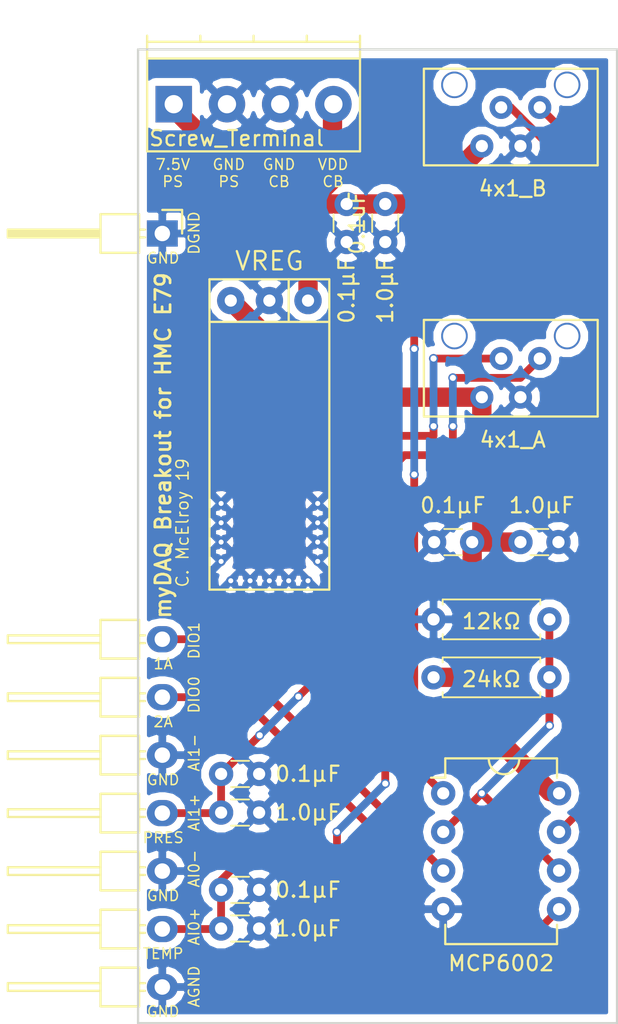
<source format=kicad_pcb>
(kicad_pcb (version 4) (host pcbnew 4.0.6)

  (general
    (links 54)
    (no_connects 0)
    (area 175.124999 85.525 215.975001 152.983001)
    (thickness 1.6)
    (drawings 26)
    (tracks 79)
    (zones 0)
    (modules 16)
    (nets 11)
  )

  (page A4)
  (layers
    (0 F.Cu signal)
    (31 B.Cu signal)
    (32 B.Adhes user)
    (33 F.Adhes user)
    (34 B.Paste user)
    (35 F.Paste user)
    (36 B.SilkS user)
    (37 F.SilkS user)
    (38 B.Mask user)
    (39 F.Mask user)
    (40 Dwgs.User user)
    (41 Cmts.User user)
    (42 Eco1.User user)
    (43 Eco2.User user)
    (44 Edge.Cuts user)
    (45 Margin user)
    (46 B.CrtYd user)
    (47 F.CrtYd user)
    (48 B.Fab user)
    (49 F.Fab user)
  )

  (setup
    (last_trace_width 0.51)
    (trace_clearance 0.2)
    (zone_clearance 0.3)
    (zone_45_only no)
    (trace_min 0.2)
    (segment_width 0.2)
    (edge_width 0.15)
    (via_size 0.6)
    (via_drill 0.4)
    (via_min_size 0.4)
    (via_min_drill 0.3)
    (uvia_size 0.3)
    (uvia_drill 0.1)
    (uvias_allowed no)
    (uvia_min_size 0.2)
    (uvia_min_drill 0.1)
    (pcb_text_width 0.3)
    (pcb_text_size 1.5 1.5)
    (mod_edge_width 0.15)
    (mod_text_size 1 1)
    (mod_text_width 0.15)
    (pad_size 0.6 0.6)
    (pad_drill 0.33)
    (pad_to_mask_clearance 0.2)
    (aux_axis_origin 0 0)
    (visible_elements FFFEFFFF)
    (pcbplotparams
      (layerselection 0x010e0_80000001)
      (usegerberextensions false)
      (excludeedgelayer true)
      (linewidth 0.100000)
      (plotframeref false)
      (viasonmask false)
      (mode 1)
      (useauxorigin false)
      (hpglpennumber 1)
      (hpglpenspeed 20)
      (hpglpendiameter 15)
      (hpglpenoverlay 2)
      (psnegative false)
      (psa4output false)
      (plotreference true)
      (plotvalue false)
      (plotinvisibletext false)
      (padsonsilk false)
      (subtractmaskfromsilk false)
      (outputformat 1)
      (mirror false)
      (drillshape 0)
      (scaleselection 1)
      (outputdirectory MDB_gerbers/))
  )

  (net 0 "")
  (net 1 +5V)
  (net 2 PRES)
  (net 3 GND)
  (net 4 TEMP)
  (net 5 VDD)
  (net 6 7A)
  (net 7 8A)
  (net 8 "Net-(MD1-Pad2)")
  (net 9 "Net-(MD1-Pad3)")
  (net 10 5V/3)

  (net_class Default "This is the default net class."
    (clearance 0.2)
    (trace_width 0.51)
    (via_dia 0.6)
    (via_drill 0.4)
    (uvia_dia 0.3)
    (uvia_drill 0.1)
    (add_net 5V/3)
    (add_net 7A)
    (add_net 8A)
    (add_net "Net-(MD1-Pad2)")
    (add_net "Net-(MD1-Pad3)")
    (add_net PRES)
    (add_net TEMP)
  )

  (net_class Power ""
    (clearance 0.2)
    (trace_width 1.27)
    (via_dia 0.6)
    (via_drill 0.4)
    (uvia_dia 0.3)
    (uvia_drill 0.1)
    (add_net +5V)
    (add_net GND)
    (add_net VDD)
  )

  (module Capacitors_THT:C_Disc_D3.0mm_W1.6mm_P2.50mm (layer F.Cu) (tedit 5931E382) (tstamp 592F27F7)
    (at 209.55 121.285)
    (descr "C, Disc series, Radial, pin pitch=2.50mm, , diameter*width=3.0*1.6mm^2, Capacitor, http://www.vishay.com/docs/45233/krseries.pdf")
    (tags "C Disc series Radial pin pitch 2.50mm  diameter 3.0mm width 1.6mm Capacitor")
    (path /592F1893)
    (fp_text reference 1.0µF (at 1.397 -2.413) (layer F.SilkS)
      (effects (font (size 1 1) (thickness 0.15)))
    )
    (fp_text value 0.1uF (at 1.25 1.86) (layer F.Fab)
      (effects (font (size 1 1) (thickness 0.15)))
    )
    (fp_line (start -0.25 -0.8) (end -0.25 0.8) (layer F.Fab) (width 0.1))
    (fp_line (start -0.25 0.8) (end 2.75 0.8) (layer F.Fab) (width 0.1))
    (fp_line (start 2.75 0.8) (end 2.75 -0.8) (layer F.Fab) (width 0.1))
    (fp_line (start 2.75 -0.8) (end -0.25 -0.8) (layer F.Fab) (width 0.1))
    (fp_line (start 0.663 -0.861) (end 1.837 -0.861) (layer F.SilkS) (width 0.12))
    (fp_line (start 0.663 0.861) (end 1.837 0.861) (layer F.SilkS) (width 0.12))
    (fp_line (start -1.05 -1.15) (end -1.05 1.15) (layer F.CrtYd) (width 0.05))
    (fp_line (start -1.05 1.15) (end 3.55 1.15) (layer F.CrtYd) (width 0.05))
    (fp_line (start 3.55 1.15) (end 3.55 -1.15) (layer F.CrtYd) (width 0.05))
    (fp_line (start 3.55 -1.15) (end -1.05 -1.15) (layer F.CrtYd) (width 0.05))
    (pad 1 thru_hole circle (at 0 0) (size 1.6 1.6) (drill 0.8) (layers *.Cu *.Mask)
      (net 1 +5V))
    (pad 2 thru_hole circle (at 2.5 0) (size 1.6 1.6) (drill 0.8) (layers *.Cu *.Mask)
      (net 3 GND))
    (model Capacitors_THT.3dshapes/C_Disc_D3.0mm_W1.6mm_P2.50mm.wrl
      (at (xyz 0 0 0))
      (scale (xyz 0.393701 0.393701 0.393701))
      (rotate (xyz 0 0 0))
    )
  )

  (module Capacitors_THT:C_Disc_D3.0mm_W1.6mm_P2.50mm (layer F.Cu) (tedit 5931E37E) (tstamp 592F27FD)
    (at 206.375 121.285 180)
    (descr "C, Disc series, Radial, pin pitch=2.50mm, , diameter*width=3.0*1.6mm^2, Capacitor, http://www.vishay.com/docs/45233/krseries.pdf")
    (tags "C Disc series Radial pin pitch 2.50mm  diameter 3.0mm width 1.6mm Capacitor")
    (path /592F18C2)
    (fp_text reference 0.1µF (at 1.27 2.413 180) (layer F.SilkS)
      (effects (font (size 1 1) (thickness 0.15)))
    )
    (fp_text value 0.1uF (at 1.25 1.86 180) (layer F.Fab)
      (effects (font (size 1 1) (thickness 0.15)))
    )
    (fp_line (start -0.25 -0.8) (end -0.25 0.8) (layer F.Fab) (width 0.1))
    (fp_line (start -0.25 0.8) (end 2.75 0.8) (layer F.Fab) (width 0.1))
    (fp_line (start 2.75 0.8) (end 2.75 -0.8) (layer F.Fab) (width 0.1))
    (fp_line (start 2.75 -0.8) (end -0.25 -0.8) (layer F.Fab) (width 0.1))
    (fp_line (start 0.663 -0.861) (end 1.837 -0.861) (layer F.SilkS) (width 0.12))
    (fp_line (start 0.663 0.861) (end 1.837 0.861) (layer F.SilkS) (width 0.12))
    (fp_line (start -1.05 -1.15) (end -1.05 1.15) (layer F.CrtYd) (width 0.05))
    (fp_line (start -1.05 1.15) (end 3.55 1.15) (layer F.CrtYd) (width 0.05))
    (fp_line (start 3.55 1.15) (end 3.55 -1.15) (layer F.CrtYd) (width 0.05))
    (fp_line (start 3.55 -1.15) (end -1.05 -1.15) (layer F.CrtYd) (width 0.05))
    (pad 1 thru_hole circle (at 0 0 180) (size 1.6 1.6) (drill 0.8) (layers *.Cu *.Mask)
      (net 1 +5V))
    (pad 2 thru_hole circle (at 2.5 0 180) (size 1.6 1.6) (drill 0.8) (layers *.Cu *.Mask)
      (net 3 GND))
    (model Capacitors_THT.3dshapes/C_Disc_D3.0mm_W1.6mm_P2.50mm.wrl
      (at (xyz 0 0 0))
      (scale (xyz 0.393701 0.393701 0.393701))
      (rotate (xyz 0 0 0))
    )
  )

  (module Capacitors_THT:C_Disc_D3.0mm_W1.6mm_P2.50mm (layer F.Cu) (tedit 5931E4AF) (tstamp 592F2803)
    (at 200.66 99.06 270)
    (descr "C, Disc series, Radial, pin pitch=2.50mm, , diameter*width=3.0*1.6mm^2, Capacitor, http://www.vishay.com/docs/45233/krseries.pdf")
    (tags "C Disc series Radial pin pitch 2.50mm  diameter 3.0mm width 1.6mm Capacitor")
    (path /592F1871)
    (fp_text reference 1.0µF (at 5.715 0 270) (layer F.SilkS)
      (effects (font (size 1 1) (thickness 0.15)))
    )
    (fp_text value 0.1uF (at 1.25 1.86 270) (layer F.SilkS)
      (effects (font (size 1 1) (thickness 0.15)))
    )
    (fp_line (start -0.25 -0.8) (end -0.25 0.8) (layer F.Fab) (width 0.1))
    (fp_line (start -0.25 0.8) (end 2.75 0.8) (layer F.Fab) (width 0.1))
    (fp_line (start 2.75 0.8) (end 2.75 -0.8) (layer F.Fab) (width 0.1))
    (fp_line (start 2.75 -0.8) (end -0.25 -0.8) (layer F.Fab) (width 0.1))
    (fp_line (start 0.663 -0.861) (end 1.837 -0.861) (layer F.SilkS) (width 0.12))
    (fp_line (start 0.663 0.861) (end 1.837 0.861) (layer F.SilkS) (width 0.12))
    (fp_line (start -1.05 -1.15) (end -1.05 1.15) (layer F.CrtYd) (width 0.05))
    (fp_line (start -1.05 1.15) (end 3.55 1.15) (layer F.CrtYd) (width 0.05))
    (fp_line (start 3.55 1.15) (end 3.55 -1.15) (layer F.CrtYd) (width 0.05))
    (fp_line (start 3.55 -1.15) (end -1.05 -1.15) (layer F.CrtYd) (width 0.05))
    (pad 1 thru_hole circle (at 0 0 270) (size 1.6 1.6) (drill 0.8) (layers *.Cu *.Mask)
      (net 5 VDD))
    (pad 2 thru_hole circle (at 2.5 0 270) (size 1.6 1.6) (drill 0.8) (layers *.Cu *.Mask)
      (net 3 GND))
    (model Capacitors_THT.3dshapes/C_Disc_D3.0mm_W1.6mm_P2.50mm.wrl
      (at (xyz 0 0 0))
      (scale (xyz 0.393701 0.393701 0.393701))
      (rotate (xyz 0 0 0))
    )
  )

  (module Capacitors_THT:C_Disc_D3.0mm_W1.6mm_P2.50mm (layer F.Cu) (tedit 5931E4AD) (tstamp 592F2809)
    (at 198.12 99.06 270)
    (descr "C, Disc series, Radial, pin pitch=2.50mm, , diameter*width=3.0*1.6mm^2, Capacitor, http://www.vishay.com/docs/45233/krseries.pdf")
    (tags "C Disc series Radial pin pitch 2.50mm  diameter 3.0mm width 1.6mm Capacitor")
    (path /592F1835)
    (fp_text reference 0.1µF (at 5.715 0 270) (layer F.SilkS)
      (effects (font (size 1 1) (thickness 0.15)))
    )
    (fp_text value 0.1uF (at 1.25 1.86 270) (layer F.Fab)
      (effects (font (size 1 1) (thickness 0.15)))
    )
    (fp_line (start -0.25 -0.8) (end -0.25 0.8) (layer F.Fab) (width 0.1))
    (fp_line (start -0.25 0.8) (end 2.75 0.8) (layer F.Fab) (width 0.1))
    (fp_line (start 2.75 0.8) (end 2.75 -0.8) (layer F.Fab) (width 0.1))
    (fp_line (start 2.75 -0.8) (end -0.25 -0.8) (layer F.Fab) (width 0.1))
    (fp_line (start 0.663 -0.861) (end 1.837 -0.861) (layer F.SilkS) (width 0.12))
    (fp_line (start 0.663 0.861) (end 1.837 0.861) (layer F.SilkS) (width 0.12))
    (fp_line (start -1.05 -1.15) (end -1.05 1.15) (layer F.CrtYd) (width 0.05))
    (fp_line (start -1.05 1.15) (end 3.55 1.15) (layer F.CrtYd) (width 0.05))
    (fp_line (start 3.55 1.15) (end 3.55 -1.15) (layer F.CrtYd) (width 0.05))
    (fp_line (start 3.55 -1.15) (end -1.05 -1.15) (layer F.CrtYd) (width 0.05))
    (pad 1 thru_hole circle (at 0 0 270) (size 1.6 1.6) (drill 0.8) (layers *.Cu *.Mask)
      (net 5 VDD))
    (pad 2 thru_hole circle (at 2.5 0 270) (size 1.6 1.6) (drill 0.8) (layers *.Cu *.Mask)
      (net 3 GND))
    (model Capacitors_THT.3dshapes/C_Disc_D3.0mm_W1.6mm_P2.50mm.wrl
      (at (xyz 0 0 0))
      (scale (xyz 0.393701 0.393701 0.393701))
      (rotate (xyz 0 0 0))
    )
  )

  (module Capacitors_THT:C_Disc_D3.0mm_W1.6mm_P2.50mm (layer F.Cu) (tedit 5931E3B5) (tstamp 592F280F)
    (at 189.865 136.525)
    (descr "C, Disc series, Radial, pin pitch=2.50mm, , diameter*width=3.0*1.6mm^2, Capacitor, http://www.vishay.com/docs/45233/krseries.pdf")
    (tags "C Disc series Radial pin pitch 2.50mm  diameter 3.0mm width 1.6mm Capacitor")
    (path /592F295E)
    (fp_text reference 0.1µF (at 5.715 0) (layer F.SilkS)
      (effects (font (size 1 1) (thickness 0.15)))
    )
    (fp_text value 0.1uF (at 1.25 1.86) (layer F.Fab)
      (effects (font (size 1 1) (thickness 0.15)))
    )
    (fp_line (start -0.25 -0.8) (end -0.25 0.8) (layer F.Fab) (width 0.1))
    (fp_line (start -0.25 0.8) (end 2.75 0.8) (layer F.Fab) (width 0.1))
    (fp_line (start 2.75 0.8) (end 2.75 -0.8) (layer F.Fab) (width 0.1))
    (fp_line (start 2.75 -0.8) (end -0.25 -0.8) (layer F.Fab) (width 0.1))
    (fp_line (start 0.663 -0.861) (end 1.837 -0.861) (layer F.SilkS) (width 0.12))
    (fp_line (start 0.663 0.861) (end 1.837 0.861) (layer F.SilkS) (width 0.12))
    (fp_line (start -1.05 -1.15) (end -1.05 1.15) (layer F.CrtYd) (width 0.05))
    (fp_line (start -1.05 1.15) (end 3.55 1.15) (layer F.CrtYd) (width 0.05))
    (fp_line (start 3.55 1.15) (end 3.55 -1.15) (layer F.CrtYd) (width 0.05))
    (fp_line (start 3.55 -1.15) (end -1.05 -1.15) (layer F.CrtYd) (width 0.05))
    (pad 1 thru_hole circle (at 0 0) (size 1.6 1.6) (drill 0.8) (layers *.Cu *.Mask)
      (net 2 PRES))
    (pad 2 thru_hole circle (at 2.5 0) (size 1.6 1.6) (drill 0.8) (layers *.Cu *.Mask)
      (net 3 GND))
    (model Capacitors_THT.3dshapes/C_Disc_D3.0mm_W1.6mm_P2.50mm.wrl
      (at (xyz 0 0 0))
      (scale (xyz 0.393701 0.393701 0.393701))
      (rotate (xyz 0 0 0))
    )
  )

  (module Capacitors_THT:C_Disc_D3.0mm_W1.6mm_P2.50mm (layer F.Cu) (tedit 5931E3B2) (tstamp 592F2815)
    (at 189.865 139.065)
    (descr "C, Disc series, Radial, pin pitch=2.50mm, , diameter*width=3.0*1.6mm^2, Capacitor, http://www.vishay.com/docs/45233/krseries.pdf")
    (tags "C Disc series Radial pin pitch 2.50mm  diameter 3.0mm width 1.6mm Capacitor")
    (path /592F2966)
    (fp_text reference 1.0µF (at 5.715 0) (layer F.SilkS)
      (effects (font (size 1 1) (thickness 0.15)))
    )
    (fp_text value 1uF (at 1.25 1.86) (layer F.Fab)
      (effects (font (size 1 1) (thickness 0.15)))
    )
    (fp_line (start -0.25 -0.8) (end -0.25 0.8) (layer F.Fab) (width 0.1))
    (fp_line (start -0.25 0.8) (end 2.75 0.8) (layer F.Fab) (width 0.1))
    (fp_line (start 2.75 0.8) (end 2.75 -0.8) (layer F.Fab) (width 0.1))
    (fp_line (start 2.75 -0.8) (end -0.25 -0.8) (layer F.Fab) (width 0.1))
    (fp_line (start 0.663 -0.861) (end 1.837 -0.861) (layer F.SilkS) (width 0.12))
    (fp_line (start 0.663 0.861) (end 1.837 0.861) (layer F.SilkS) (width 0.12))
    (fp_line (start -1.05 -1.15) (end -1.05 1.15) (layer F.CrtYd) (width 0.05))
    (fp_line (start -1.05 1.15) (end 3.55 1.15) (layer F.CrtYd) (width 0.05))
    (fp_line (start 3.55 1.15) (end 3.55 -1.15) (layer F.CrtYd) (width 0.05))
    (fp_line (start 3.55 -1.15) (end -1.05 -1.15) (layer F.CrtYd) (width 0.05))
    (pad 1 thru_hole circle (at 0 0) (size 1.6 1.6) (drill 0.8) (layers *.Cu *.Mask)
      (net 2 PRES))
    (pad 2 thru_hole circle (at 2.5 0) (size 1.6 1.6) (drill 0.8) (layers *.Cu *.Mask)
      (net 3 GND))
    (model Capacitors_THT.3dshapes/C_Disc_D3.0mm_W1.6mm_P2.50mm.wrl
      (at (xyz 0 0 0))
      (scale (xyz 0.393701 0.393701 0.393701))
      (rotate (xyz 0 0 0))
    )
  )

  (module Capacitors_THT:C_Disc_D3.0mm_W1.6mm_P2.50mm (layer F.Cu) (tedit 5931E3B0) (tstamp 592F281B)
    (at 189.865 144.145)
    (descr "C, Disc series, Radial, pin pitch=2.50mm, , diameter*width=3.0*1.6mm^2, Capacitor, http://www.vishay.com/docs/45233/krseries.pdf")
    (tags "C Disc series Radial pin pitch 2.50mm  diameter 3.0mm width 1.6mm Capacitor")
    (path /592F261D)
    (fp_text reference 0.1µF (at 5.715 0) (layer F.SilkS)
      (effects (font (size 1 1) (thickness 0.15)))
    )
    (fp_text value 0.1uF (at 1.25 1.86) (layer F.Fab)
      (effects (font (size 1 1) (thickness 0.15)))
    )
    (fp_line (start -0.25 -0.8) (end -0.25 0.8) (layer F.Fab) (width 0.1))
    (fp_line (start -0.25 0.8) (end 2.75 0.8) (layer F.Fab) (width 0.1))
    (fp_line (start 2.75 0.8) (end 2.75 -0.8) (layer F.Fab) (width 0.1))
    (fp_line (start 2.75 -0.8) (end -0.25 -0.8) (layer F.Fab) (width 0.1))
    (fp_line (start 0.663 -0.861) (end 1.837 -0.861) (layer F.SilkS) (width 0.12))
    (fp_line (start 0.663 0.861) (end 1.837 0.861) (layer F.SilkS) (width 0.12))
    (fp_line (start -1.05 -1.15) (end -1.05 1.15) (layer F.CrtYd) (width 0.05))
    (fp_line (start -1.05 1.15) (end 3.55 1.15) (layer F.CrtYd) (width 0.05))
    (fp_line (start 3.55 1.15) (end 3.55 -1.15) (layer F.CrtYd) (width 0.05))
    (fp_line (start 3.55 -1.15) (end -1.05 -1.15) (layer F.CrtYd) (width 0.05))
    (pad 1 thru_hole circle (at 0 0) (size 1.6 1.6) (drill 0.8) (layers *.Cu *.Mask)
      (net 4 TEMP))
    (pad 2 thru_hole circle (at 2.5 0) (size 1.6 1.6) (drill 0.8) (layers *.Cu *.Mask)
      (net 3 GND))
    (model Capacitors_THT.3dshapes/C_Disc_D3.0mm_W1.6mm_P2.50mm.wrl
      (at (xyz 0 0 0))
      (scale (xyz 0.393701 0.393701 0.393701))
      (rotate (xyz 0 0 0))
    )
  )

  (module Capacitors_THT:C_Disc_D3.0mm_W1.6mm_P2.50mm (layer F.Cu) (tedit 5931E3AD) (tstamp 592F2821)
    (at 189.865 146.685)
    (descr "C, Disc series, Radial, pin pitch=2.50mm, , diameter*width=3.0*1.6mm^2, Capacitor, http://www.vishay.com/docs/45233/krseries.pdf")
    (tags "C Disc series Radial pin pitch 2.50mm  diameter 3.0mm width 1.6mm Capacitor")
    (path /592F2733)
    (fp_text reference 1.0µF (at 5.715 0) (layer F.SilkS)
      (effects (font (size 1 1) (thickness 0.15)))
    )
    (fp_text value 1uF (at 1.25 1.86) (layer F.Fab)
      (effects (font (size 1 1) (thickness 0.15)))
    )
    (fp_line (start -0.25 -0.8) (end -0.25 0.8) (layer F.Fab) (width 0.1))
    (fp_line (start -0.25 0.8) (end 2.75 0.8) (layer F.Fab) (width 0.1))
    (fp_line (start 2.75 0.8) (end 2.75 -0.8) (layer F.Fab) (width 0.1))
    (fp_line (start 2.75 -0.8) (end -0.25 -0.8) (layer F.Fab) (width 0.1))
    (fp_line (start 0.663 -0.861) (end 1.837 -0.861) (layer F.SilkS) (width 0.12))
    (fp_line (start 0.663 0.861) (end 1.837 0.861) (layer F.SilkS) (width 0.12))
    (fp_line (start -1.05 -1.15) (end -1.05 1.15) (layer F.CrtYd) (width 0.05))
    (fp_line (start -1.05 1.15) (end 3.55 1.15) (layer F.CrtYd) (width 0.05))
    (fp_line (start 3.55 1.15) (end 3.55 -1.15) (layer F.CrtYd) (width 0.05))
    (fp_line (start 3.55 -1.15) (end -1.05 -1.15) (layer F.CrtYd) (width 0.05))
    (pad 1 thru_hole circle (at 0 0) (size 1.6 1.6) (drill 0.8) (layers *.Cu *.Mask)
      (net 4 TEMP))
    (pad 2 thru_hole circle (at 2.5 0) (size 1.6 1.6) (drill 0.8) (layers *.Cu *.Mask)
      (net 3 GND))
    (model Capacitors_THT.3dshapes/C_Disc_D3.0mm_W1.6mm_P2.50mm.wrl
      (at (xyz 0 0 0))
      (scale (xyz 0.393701 0.393701 0.393701))
      (rotate (xyz 0 0 0))
    )
  )

  (module MDB_footprints:myDAQ_header (layer F.Cu) (tedit 593057FD) (tstamp 592F288E)
    (at 186 101)
    (descr "Through hole pin header")
    (tags "pin header")
    (path /592E168A)
    (fp_text reference MD1 (at -8.073 -2.702) (layer F.SilkS) hide
      (effects (font (size 1 1) (thickness 0.15)))
    )
    (fp_text value myDAQ_header (at -4.572 -2.667) (layer F.Fab)
      (effects (font (size 1 1) (thickness 0.15)))
    )
    (fp_line (start 1.5 51.59) (end -10.65 51.59) (layer F.CrtYd) (width 0.05))
    (fp_line (start -1.524 50.8) (end -4.064 50.8) (layer F.SilkS) (width 0.15))
    (fp_line (start -1.524 48.26) (end -4.064 48.26) (layer F.SilkS) (width 0.15))
    (fp_line (start -4.064 50.8) (end -4.064 48.26) (layer F.SilkS) (width 0.15))
    (fp_line (start -10.16 49.784) (end -4.064 49.784) (layer F.SilkS) (width 0.15))
    (fp_line (start -10.16 49.276) (end -10.16 49.784) (layer F.SilkS) (width 0.15))
    (fp_line (start -4.064 49.276) (end -10.16 49.276) (layer F.SilkS) (width 0.15))
    (fp_line (start -1.524 50.8) (end -4.064 50.8) (layer F.SilkS) (width 0.15))
    (fp_line (start -1.524 48.26) (end -1.524 50.8) (layer F.SilkS) (width 0.15))
    (fp_line (start -1.524 48.26) (end -4.064 48.26) (layer F.SilkS) (width 0.15))
    (fp_line (start -1.524 49.784) (end -1.143 49.784) (layer F.SilkS) (width 0.15))
    (fp_line (start -1.524 49.276) (end -1.143 49.276) (layer F.SilkS) (width 0.15))
    (fp_line (start -1.524 27.94) (end -4.064 27.94) (layer F.SilkS) (width 0.15))
    (fp_line (start -1.524 25.4) (end -4.064 25.4) (layer F.SilkS) (width 0.15))
    (fp_line (start -4.064 27.94) (end -4.064 25.4) (layer F.SilkS) (width 0.15))
    (fp_line (start -10.16 26.924) (end -4.064 26.924) (layer F.SilkS) (width 0.15))
    (fp_line (start -10.16 26.416) (end -10.16 26.924) (layer F.SilkS) (width 0.15))
    (fp_line (start -4.064 26.416) (end -10.16 26.416) (layer F.SilkS) (width 0.15))
    (fp_line (start -1.524 27.94) (end -4.064 27.94) (layer F.SilkS) (width 0.15))
    (fp_line (start -1.524 25.4) (end -1.524 27.94) (layer F.SilkS) (width 0.15))
    (fp_line (start -1.524 25.4) (end -4.064 25.4) (layer F.SilkS) (width 0.15))
    (fp_line (start -1.524 26.924) (end -1.143 26.924) (layer F.SilkS) (width 0.15))
    (fp_line (start -1.524 26.416) (end -1.143 26.416) (layer F.SilkS) (width 0.15))
    (fp_line (start -1.524 30.226) (end -1.143 30.226) (layer F.SilkS) (width 0.15))
    (fp_line (start -1.524 30.734) (end -1.143 30.734) (layer F.SilkS) (width 0.15))
    (fp_line (start -1.524 29.21) (end -4.064 29.21) (layer F.SilkS) (width 0.15))
    (fp_line (start -1.524 29.21) (end -1.524 31.75) (layer F.SilkS) (width 0.15))
    (fp_line (start -1.524 31.75) (end -4.064 31.75) (layer F.SilkS) (width 0.15))
    (fp_line (start -4.064 30.226) (end -10.16 30.226) (layer F.SilkS) (width 0.15))
    (fp_line (start -10.16 30.226) (end -10.16 30.734) (layer F.SilkS) (width 0.15))
    (fp_line (start -10.16 30.734) (end -4.064 30.734) (layer F.SilkS) (width 0.15))
    (fp_line (start -4.064 31.75) (end -4.064 29.21) (layer F.SilkS) (width 0.15))
    (fp_line (start -1.524 29.21) (end -4.064 29.21) (layer F.SilkS) (width 0.15))
    (fp_line (start -1.524 31.75) (end -4.064 31.75) (layer F.SilkS) (width 0.15))
    (fp_line (start -1.524 35.56) (end -4.064 35.56) (layer F.SilkS) (width 0.15))
    (fp_line (start -1.524 33.02) (end -4.064 33.02) (layer F.SilkS) (width 0.15))
    (fp_line (start -4.064 35.56) (end -4.064 33.02) (layer F.SilkS) (width 0.15))
    (fp_line (start -10.16 34.544) (end -4.064 34.544) (layer F.SilkS) (width 0.15))
    (fp_line (start -10.16 34.036) (end -10.16 34.544) (layer F.SilkS) (width 0.15))
    (fp_line (start -4.064 34.036) (end -10.16 34.036) (layer F.SilkS) (width 0.15))
    (fp_line (start -1.524 35.56) (end -4.064 35.56) (layer F.SilkS) (width 0.15))
    (fp_line (start -1.524 33.02) (end -1.524 35.56) (layer F.SilkS) (width 0.15))
    (fp_line (start -1.524 33.02) (end -4.064 33.02) (layer F.SilkS) (width 0.15))
    (fp_line (start -1.524 34.544) (end -1.143 34.544) (layer F.SilkS) (width 0.15))
    (fp_line (start -1.524 34.036) (end -1.143 34.036) (layer F.SilkS) (width 0.15))
    (fp_line (start -1.524 37.846) (end -1.143 37.846) (layer F.SilkS) (width 0.15))
    (fp_line (start -1.524 38.354) (end -1.143 38.354) (layer F.SilkS) (width 0.15))
    (fp_line (start -1.524 36.83) (end -4.064 36.83) (layer F.SilkS) (width 0.15))
    (fp_line (start -1.524 36.83) (end -1.524 39.37) (layer F.SilkS) (width 0.15))
    (fp_line (start -1.524 39.37) (end -4.064 39.37) (layer F.SilkS) (width 0.15))
    (fp_line (start -4.064 37.846) (end -10.16 37.846) (layer F.SilkS) (width 0.15))
    (fp_line (start -10.16 37.846) (end -10.16 38.354) (layer F.SilkS) (width 0.15))
    (fp_line (start -10.16 38.354) (end -4.064 38.354) (layer F.SilkS) (width 0.15))
    (fp_line (start -4.064 39.37) (end -4.064 36.83) (layer F.SilkS) (width 0.15))
    (fp_line (start -1.524 36.83) (end -4.064 36.83) (layer F.SilkS) (width 0.15))
    (fp_line (start -1.524 39.37) (end -4.064 39.37) (layer F.SilkS) (width 0.15))
    (fp_line (start -1.524 43.18) (end -4.064 43.18) (layer F.SilkS) (width 0.15))
    (fp_line (start -1.524 40.64) (end -4.064 40.64) (layer F.SilkS) (width 0.15))
    (fp_line (start -4.064 43.18) (end -4.064 40.64) (layer F.SilkS) (width 0.15))
    (fp_line (start -10.16 42.164) (end -4.064 42.164) (layer F.SilkS) (width 0.15))
    (fp_line (start -10.16 41.656) (end -10.16 42.164) (layer F.SilkS) (width 0.15))
    (fp_line (start -4.064 41.656) (end -10.16 41.656) (layer F.SilkS) (width 0.15))
    (fp_line (start -1.524 43.18) (end -4.064 43.18) (layer F.SilkS) (width 0.15))
    (fp_line (start -1.524 40.64) (end -1.524 43.18) (layer F.SilkS) (width 0.15))
    (fp_line (start -1.524 40.64) (end -4.064 40.64) (layer F.SilkS) (width 0.15))
    (fp_line (start -1.524 42.164) (end -1.143 42.164) (layer F.SilkS) (width 0.15))
    (fp_line (start -1.524 41.656) (end -1.143 41.656) (layer F.SilkS) (width 0.15))
    (fp_line (start -1.524 45.466) (end -1.143 45.466) (layer F.SilkS) (width 0.15))
    (fp_line (start -1.524 45.974) (end -1.143 45.974) (layer F.SilkS) (width 0.15))
    (fp_line (start -1.524 44.45) (end -4.064 44.45) (layer F.SilkS) (width 0.15))
    (fp_line (start -1.524 44.45) (end -1.524 46.99) (layer F.SilkS) (width 0.15))
    (fp_line (start -1.524 46.99) (end -4.064 46.99) (layer F.SilkS) (width 0.15))
    (fp_line (start -4.064 45.466) (end -10.16 45.466) (layer F.SilkS) (width 0.15))
    (fp_line (start -10.16 45.466) (end -10.16 45.974) (layer F.SilkS) (width 0.15))
    (fp_line (start -10.16 45.974) (end -4.064 45.974) (layer F.SilkS) (width 0.15))
    (fp_line (start -4.064 46.99) (end -4.064 44.45) (layer F.SilkS) (width 0.15))
    (fp_line (start -1.524 44.45) (end -4.064 44.45) (layer F.SilkS) (width 0.15))
    (fp_line (start -1.524 46.99) (end -4.064 46.99) (layer F.SilkS) (width 0.15))
    (fp_line (start -1.524 1.27) (end -4.064 1.27) (layer F.SilkS) (width 0.15))
    (fp_line (start 1.5 -1.75) (end 1.5 51.59) (layer F.CrtYd) (width 0.05))
    (fp_line (start -10.65 -1.75) (end -10.65 51.59) (layer F.CrtYd) (width 0.05))
    (fp_line (start 1.5 -1.75) (end -10.65 -1.75) (layer F.CrtYd) (width 0.05))
    (fp_line (start 1.3 -1.55) (end 1.3 0) (layer F.SilkS) (width 0.15))
    (fp_line (start 0 -1.55) (end 1.3 -1.55) (layer F.SilkS) (width 0.15))
    (fp_line (start -4.191 -0.127) (end -10.033 -0.127) (layer F.SilkS) (width 0.15))
    (fp_line (start -10.033 -0.127) (end -10.033 0.127) (layer F.SilkS) (width 0.15))
    (fp_line (start -10.033 0.127) (end -4.191 0.127) (layer F.SilkS) (width 0.15))
    (fp_line (start -4.191 0.127) (end -4.191 0) (layer F.SilkS) (width 0.15))
    (fp_line (start -4.191 0) (end -10.033 0) (layer F.SilkS) (width 0.15))
    (fp_line (start -1.524 -0.254) (end -1.143 -0.254) (layer F.SilkS) (width 0.15))
    (fp_line (start -1.524 0.254) (end -1.143 0.254) (layer F.SilkS) (width 0.15))
    (fp_line (start -1.524 -1.27) (end -4.064 -1.27) (layer F.SilkS) (width 0.15))
    (fp_line (start -4.064 1.27) (end -4.064 -1.27) (layer F.SilkS) (width 0.15))
    (fp_line (start -10.16 0.254) (end -4.064 0.254) (layer F.SilkS) (width 0.15))
    (fp_line (start -10.16 -0.254) (end -10.16 0.254) (layer F.SilkS) (width 0.15))
    (fp_line (start -4.064 -0.254) (end -10.16 -0.254) (layer F.SilkS) (width 0.15))
    (fp_line (start -1.524 -1.27) (end -1.524 1.27) (layer F.SilkS) (width 0.15))
    (pad 8 thru_hole oval (at 0 49.53) (size 2.032 1.7272) (drill 1.016) (layers *.Cu *.Mask)
      (net 3 GND))
    (pad 2 thru_hole oval (at 0 26.67) (size 2.032 1.7272) (drill 1.016) (layers *.Cu *.Mask)
      (net 8 "Net-(MD1-Pad2)"))
    (pad 3 thru_hole oval (at 0 30.48) (size 2.032 1.7272) (drill 1.016) (layers *.Cu *.Mask)
      (net 9 "Net-(MD1-Pad3)"))
    (pad 4 thru_hole oval (at 0 34.29) (size 2.032 1.7272) (drill 1.016) (layers *.Cu *.Mask)
      (net 3 GND))
    (pad 5 thru_hole oval (at 0 38.1) (size 2.032 1.7272) (drill 1.016) (layers *.Cu *.Mask)
      (net 2 PRES))
    (pad 6 thru_hole oval (at 0 41.91) (size 2.032 1.7272) (drill 1.016) (layers *.Cu *.Mask)
      (net 3 GND))
    (pad 7 thru_hole oval (at 0 45.72) (size 2.032 1.7272) (drill 1.016) (layers *.Cu *.Mask)
      (net 4 TEMP))
    (pad 1 thru_hole rect (at 0 0) (size 2.032 1.7272) (drill 1.016) (layers *.Cu *.Mask)
      (net 3 GND))
    (model Pin_Headers.3dshapes/Pin_Header_Angled_1x06.wrl
      (at (xyz 0 -0.25 0))
      (scale (xyz 1 1 1))
      (rotate (xyz 0 0 90))
    )
  )

  (module Resistors_THT:R_Axial_DIN0207_L6.3mm_D2.5mm_P7.62mm_Horizontal (layer F.Cu) (tedit 593057AB) (tstamp 592F5587)
    (at 211.455 126.365 180)
    (descr "Resistor, Axial_DIN0207 series, Axial, Horizontal, pin pitch=7.62mm, 0.25W = 1/4W, length*diameter=6.3*2.5mm^2, http://cdn-reichelt.de/documents/datenblatt/B400/1_4W%23YAG.pdf")
    (tags "Resistor Axial_DIN0207 series Axial Horizontal pin pitch 7.62mm 0.25W = 1/4W length 6.3mm diameter 2.5mm")
    (path /592F0B4C)
    (fp_text reference 12kΩ (at 3.81 -0.127 360) (layer F.SilkS)
      (effects (font (size 1 1) (thickness 0.15)))
    )
    (fp_text value 12kΩ (at 3.81 -2.54 180) (layer F.Fab)
      (effects (font (size 1 1) (thickness 0.15)))
    )
    (fp_line (start 0.66 -1.25) (end 0.66 1.25) (layer F.Fab) (width 0.1))
    (fp_line (start 0.66 1.25) (end 6.96 1.25) (layer F.Fab) (width 0.1))
    (fp_line (start 6.96 1.25) (end 6.96 -1.25) (layer F.Fab) (width 0.1))
    (fp_line (start 6.96 -1.25) (end 0.66 -1.25) (layer F.Fab) (width 0.1))
    (fp_line (start 0 0) (end 0.66 0) (layer F.Fab) (width 0.1))
    (fp_line (start 7.62 0) (end 6.96 0) (layer F.Fab) (width 0.1))
    (fp_line (start 0.6 -0.98) (end 0.6 -1.31) (layer F.SilkS) (width 0.12))
    (fp_line (start 0.6 -1.31) (end 7.02 -1.31) (layer F.SilkS) (width 0.12))
    (fp_line (start 7.02 -1.31) (end 7.02 -0.98) (layer F.SilkS) (width 0.12))
    (fp_line (start 0.6 0.98) (end 0.6 1.31) (layer F.SilkS) (width 0.12))
    (fp_line (start 0.6 1.31) (end 7.02 1.31) (layer F.SilkS) (width 0.12))
    (fp_line (start 7.02 1.31) (end 7.02 0.98) (layer F.SilkS) (width 0.12))
    (fp_line (start -1.05 -1.6) (end -1.05 1.6) (layer F.CrtYd) (width 0.05))
    (fp_line (start -1.05 1.6) (end 8.7 1.6) (layer F.CrtYd) (width 0.05))
    (fp_line (start 8.7 1.6) (end 8.7 -1.6) (layer F.CrtYd) (width 0.05))
    (fp_line (start 8.7 -1.6) (end -1.05 -1.6) (layer F.CrtYd) (width 0.05))
    (pad 1 thru_hole circle (at 0 0 180) (size 1.6 1.6) (drill 0.8) (layers *.Cu *.Mask)
      (net 10 5V/3))
    (pad 2 thru_hole oval (at 7.62 0 180) (size 1.6 1.6) (drill 0.8) (layers *.Cu *.Mask)
      (net 3 GND))
    (model Resistors_THT.3dshapes/R_Axial_DIN0207_L6.3mm_D2.5mm_P7.62mm_Horizontal.wrl
      (at (xyz 0 0 0))
      (scale (xyz 0.393701 0.393701 0.393701))
      (rotate (xyz 0 0 0))
    )
  )

  (module Resistors_THT:R_Axial_DIN0207_L6.3mm_D2.5mm_P7.62mm_Horizontal (layer F.Cu) (tedit 593057A6) (tstamp 592F558D)
    (at 211.455 130.175 180)
    (descr "Resistor, Axial_DIN0207 series, Axial, Horizontal, pin pitch=7.62mm, 0.25W = 1/4W, length*diameter=6.3*2.5mm^2, http://cdn-reichelt.de/documents/datenblatt/B400/1_4W%23YAG.pdf")
    (tags "Resistor Axial_DIN0207 series Axial Horizontal pin pitch 7.62mm 0.25W = 1/4W length 6.3mm diameter 2.5mm")
    (path /592F0D7D)
    (fp_text reference 24kΩ (at 3.81 -0.127 360) (layer F.SilkS)
      (effects (font (size 1 1) (thickness 0.15)))
    )
    (fp_text value 24kΩ (at 3.81 2.31 180) (layer F.Fab)
      (effects (font (size 1 1) (thickness 0.15)))
    )
    (fp_line (start 0.66 -1.25) (end 0.66 1.25) (layer F.Fab) (width 0.1))
    (fp_line (start 0.66 1.25) (end 6.96 1.25) (layer F.Fab) (width 0.1))
    (fp_line (start 6.96 1.25) (end 6.96 -1.25) (layer F.Fab) (width 0.1))
    (fp_line (start 6.96 -1.25) (end 0.66 -1.25) (layer F.Fab) (width 0.1))
    (fp_line (start 0 0) (end 0.66 0) (layer F.Fab) (width 0.1))
    (fp_line (start 7.62 0) (end 6.96 0) (layer F.Fab) (width 0.1))
    (fp_line (start 0.6 -0.98) (end 0.6 -1.31) (layer F.SilkS) (width 0.12))
    (fp_line (start 0.6 -1.31) (end 7.02 -1.31) (layer F.SilkS) (width 0.12))
    (fp_line (start 7.02 -1.31) (end 7.02 -0.98) (layer F.SilkS) (width 0.12))
    (fp_line (start 0.6 0.98) (end 0.6 1.31) (layer F.SilkS) (width 0.12))
    (fp_line (start 0.6 1.31) (end 7.02 1.31) (layer F.SilkS) (width 0.12))
    (fp_line (start 7.02 1.31) (end 7.02 0.98) (layer F.SilkS) (width 0.12))
    (fp_line (start -1.05 -1.6) (end -1.05 1.6) (layer F.CrtYd) (width 0.05))
    (fp_line (start -1.05 1.6) (end 8.7 1.6) (layer F.CrtYd) (width 0.05))
    (fp_line (start 8.7 1.6) (end 8.7 -1.6) (layer F.CrtYd) (width 0.05))
    (fp_line (start 8.7 -1.6) (end -1.05 -1.6) (layer F.CrtYd) (width 0.05))
    (pad 1 thru_hole circle (at 0 0 180) (size 1.6 1.6) (drill 0.8) (layers *.Cu *.Mask)
      (net 10 5V/3))
    (pad 2 thru_hole oval (at 7.62 0 180) (size 1.6 1.6) (drill 0.8) (layers *.Cu *.Mask)
      (net 1 +5V))
    (model Resistors_THT.3dshapes/R_Axial_DIN0207_L6.3mm_D2.5mm_P7.62mm_Horizontal.wrl
      (at (xyz 0 0 0))
      (scale (xyz 0.393701 0.393701 0.393701))
      (rotate (xyz 0 0 0))
    )
  )

  (module MDB_footprints:7805-thermal-conn (layer F.Cu) (tedit 5931E903) (tstamp 592F28D7)
    (at 193.04 105.41 180)
    (path /592E10DA)
    (fp_text reference VREG (at 0 2.6 180) (layer F.SilkS)
      (effects (font (size 1.2 1.2) (thickness 0.15)))
    )
    (fp_text value 7805 (at 0 -20.32 180) (layer F.Fab)
      (effects (font (size 1.2 1.2) (thickness 0.15)))
    )
    (fp_line (start 3.94 -1.4) (end -3.94 -1.4) (layer F.SilkS) (width 0.15))
    (fp_line (start -3.94 -19) (end 3.94 -19) (layer F.SilkS) (width 0.15))
    (fp_line (start 3.94 -19) (end 3.94 1.4) (layer F.SilkS) (width 0.15))
    (fp_line (start 3.94 1.4) (end -3.94 1.4) (layer F.SilkS) (width 0.15))
    (fp_line (start -3.94 1.4) (end -3.94 -19) (layer F.SilkS) (width 0.15))
    (fp_line (start -1.27 -1.4) (end -1.27 1.4) (layer F.SilkS) (width 0.15))
    (pad 2 thru_hole circle (at -3.175 -13.335 180) (size 0.6 0.6) (drill 0.33) (layers *.Cu *.Mask)
      (net 3 GND) (zone_connect 1))
    (pad 2 thru_hole circle (at -3.175 -14.605 180) (size 0.6 0.6) (drill 0.33) (layers *.Cu *.Mask)
      (net 3 GND) (zone_connect 1))
    (pad 2 thru_hole circle (at -3.175 -15.875 180) (size 0.6 0.6) (drill 0.33) (layers *.Cu *.Mask)
      (net 3 GND) (zone_connect 1))
    (pad 2 thru_hole circle (at -3.175 -17.145 180) (size 0.6 0.6) (drill 0.33) (layers *.Cu *.Mask)
      (net 3 GND) (zone_connect 1))
    (pad 2 thru_hole circle (at -2.54 -18.415 180) (size 0.6 0.6) (drill 0.33) (layers *.Cu *.Mask)
      (net 3 GND) (zone_connect 1))
    (pad 2 thru_hole circle (at -1.27 -18.415 180) (size 0.6 0.6) (drill 0.33) (layers *.Cu *.Mask)
      (net 3 GND) (zone_connect 1))
    (pad 2 thru_hole circle (at 0 -18.415 180) (size 0.6 0.6) (drill 0.33) (layers *.Cu *.Mask)
      (net 3 GND) (zone_connect 1))
    (pad 2 thru_hole circle (at 1.27 -18.415 180) (size 0.6 0.6) (drill 0.33) (layers *.Cu *.Mask)
      (net 3 GND) (zone_connect 1))
    (pad 2 thru_hole circle (at 2.54 -18.415 180) (size 0.6 0.6) (drill 0.33) (layers *.Cu *.Mask)
      (net 3 GND) (zone_connect 1))
    (pad 2 thru_hole circle (at 3.175 -17.145 180) (size 0.6 0.6) (drill 0.33) (layers *.Cu *.Mask)
      (net 3 GND) (zone_connect 1))
    (pad 2 thru_hole circle (at 3.175 -15.875 180) (size 0.6 0.6) (drill 0.33) (layers *.Cu *.Mask)
      (net 3 GND) (zone_connect 1))
    (pad 2 thru_hole circle (at 3.175 -14.605 180) (size 0.6 0.6) (drill 0.33) (layers *.Cu *.Mask)
      (net 3 GND) (zone_connect 1))
    (pad 2 thru_hole circle (at 3.175 -13.335 180) (size 0.6 0.6) (drill 0.33) (layers *.Cu *.Mask)
      (net 3 GND) (zone_connect 1))
    (pad 1 thru_hole circle (at -2.54 0 180) (size 1.8 1.8) (drill 0.8) (layers *.Cu *.Mask)
      (net 5 VDD))
    (pad 2 thru_hole circle (at 0 0 180) (size 1.8 1.8) (drill 0.8) (layers *.Cu *.Mask)
      (net 3 GND))
    (pad 3 thru_hole circle (at 2.54 0 180) (size 1.8 1.8) (drill 0.8) (layers *.Cu *.Mask)
      (net 1 +5V))
  )

  (module Connectors_Terminal_Blocks:TerminalBlock_Pheonix_PT-3.5mm_4pol (layer F.Cu) (tedit 593057E7) (tstamp 592F28BA)
    (at 197.25 92.5 180)
    (descr "4-way 3.5mm pitch terminal block, Phoenix PT series")
    (path /592E16B0)
    (fp_text reference Screw_Terminal (at 6.369 -2.242 180) (layer F.SilkS)
      (effects (font (size 1 1) (thickness 0.15)))
    )
    (fp_text value Screw_Input_Terminal (at 5.25 6 180) (layer F.Fab)
      (effects (font (size 1 1) (thickness 0.15)))
    )
    (fp_line (start -1.9 -3.3) (end 12.4 -3.3) (layer F.CrtYd) (width 0.05))
    (fp_line (start -1.9 4.7) (end -1.9 -3.3) (layer F.CrtYd) (width 0.05))
    (fp_line (start 12.4 4.7) (end -1.9 4.7) (layer F.CrtYd) (width 0.05))
    (fp_line (start 12.4 -3.3) (end 12.4 4.7) (layer F.CrtYd) (width 0.05))
    (fp_line (start 1.75 4.1) (end 1.75 4.5) (layer F.SilkS) (width 0.15))
    (fp_line (start 5.25 4.1) (end 5.25 4.5) (layer F.SilkS) (width 0.15))
    (fp_line (start 8.75 4.1) (end 8.75 4.5) (layer F.SilkS) (width 0.15))
    (fp_line (start -1.75 3) (end 12.25 3) (layer F.SilkS) (width 0.15))
    (fp_line (start -1.75 4.1) (end 12.25 4.1) (layer F.SilkS) (width 0.15))
    (fp_line (start -1.75 -3.1) (end -1.75 4.5) (layer F.SilkS) (width 0.15))
    (fp_line (start 12.25 4.5) (end 12.25 -3.1) (layer F.SilkS) (width 0.15))
    (fp_line (start 12.25 -3.1) (end -1.75 -3.1) (layer F.SilkS) (width 0.15))
    (pad 3 thru_hole circle (at 3.5 0 180) (size 2.4 2.4) (drill 1.2) (layers *.Cu *.Mask)
      (net 3 GND))
    (pad 4 thru_hole circle (at 0 0 180) (size 2.4 2.4) (drill 1.2) (layers *.Cu *.Mask)
      (net 5 VDD))
    (pad 2 thru_hole circle (at 7 0 180) (size 2.4 2.4) (drill 1.2) (layers *.Cu *.Mask)
      (net 3 GND))
    (pad 1 thru_hole rect (at 10.5 0 180) (size 2.4 2.4) (drill 1.2) (layers *.Cu *.Mask)
      (net 5 VDD))
    (model Terminal_Blocks.3dshapes/TerminalBlock_Pheonix_PT-3.5mm_4pol.wrl
      (at (xyz 0 0 0))
      (scale (xyz 1 1 1))
      (rotate (xyz 0 0 0))
    )
  )

  (module Housings_DIP:DIP-8_W7.62mm (layer F.Cu) (tedit 5930A477) (tstamp 592F289A)
    (at 204.47 137.795)
    (descr "8-lead dip package, row spacing 7.62 mm (300 mils)")
    (tags "dil dip 2.54 300")
    (path /592E109F)
    (fp_text reference MCP6002 (at 3.81 11.176) (layer F.SilkS)
      (effects (font (size 1 1) (thickness 0.15)))
    )
    (fp_text value MCP6002 (at 0 -3.72) (layer F.Fab)
      (effects (font (size 1 1) (thickness 0.15)))
    )
    (fp_arc (start 4 -2.254) (end 5 -2.254) (angle 90) (layer F.SilkS) (width 0.15))
    (fp_arc (start 4 -2.254) (end 4 -1.254) (angle 90) (layer F.SilkS) (width 0.15))
    (fp_line (start -1.05 -2.45) (end -1.05 10.1) (layer F.CrtYd) (width 0.05))
    (fp_line (start 8.65 -2.45) (end 8.65 10.1) (layer F.CrtYd) (width 0.05))
    (fp_line (start -1.05 -2.45) (end 8.65 -2.45) (layer F.CrtYd) (width 0.05))
    (fp_line (start -1.05 10.1) (end 8.65 10.1) (layer F.CrtYd) (width 0.05))
    (fp_line (start 0.135 -2.295) (end 0.135 -1.025) (layer F.SilkS) (width 0.15))
    (fp_line (start 7.485 -2.295) (end 7.485 -1.025) (layer F.SilkS) (width 0.15))
    (fp_line (start 7.485 9.915) (end 7.485 8.645) (layer F.SilkS) (width 0.15))
    (fp_line (start 0.135 9.915) (end 0.135 8.645) (layer F.SilkS) (width 0.15))
    (fp_line (start 0.135 -2.295) (end 7.485 -2.295) (layer F.SilkS) (width 0.15))
    (fp_line (start 0.135 9.915) (end 7.485 9.915) (layer F.SilkS) (width 0.15))
    (fp_line (start 0.135 -1.025) (end -0.8 -1.025) (layer F.SilkS) (width 0.15))
    (pad 1 thru_hole oval (at 0 0) (size 1.6 1.6) (drill 0.8) (layers *.Cu *.Mask)
      (net 6 7A))
    (pad 2 thru_hole oval (at 0 2.54) (size 1.6 1.6) (drill 0.8) (layers *.Cu *.Mask)
      (net 10 5V/3))
    (pad 3 thru_hole oval (at 0 5.08) (size 1.6 1.6) (drill 0.8) (layers *.Cu *.Mask)
      (net 8 "Net-(MD1-Pad2)"))
    (pad 4 thru_hole oval (at 0 7.62) (size 1.6 1.6) (drill 0.8) (layers *.Cu *.Mask)
      (net 3 GND))
    (pad 5 thru_hole oval (at 7.62 7.62) (size 1.6 1.6) (drill 0.8) (layers *.Cu *.Mask)
      (net 9 "Net-(MD1-Pad3)"))
    (pad 6 thru_hole oval (at 7.62 5.08) (size 1.6 1.6) (drill 0.8) (layers *.Cu *.Mask)
      (net 10 5V/3))
    (pad 7 thru_hole oval (at 7.62 2.54) (size 1.6 1.6) (drill 0.8) (layers *.Cu *.Mask)
      (net 7 8A))
    (pad 8 thru_hole oval (at 7.62 0) (size 1.6 1.6) (drill 0.8) (layers *.Cu *.Mask)
      (net 1 +5V))
    (model Housings_DIP.3dshapes/DIP-8_W7.62mm.wrl
      (at (xyz 0 0 0))
      (scale (xyz 1 1 1))
      (rotate (xyz 0 0 0))
    )
  )

  (module MDB_footprints:Molex_Picoflex_Header_903250004 (layer F.Cu) (tedit 5931E613) (tstamp 592F27D7)
    (at 208.28 110.49)
    (path /592E1851)
    (fp_text reference 4x1_A (at 0.762 4.064) (layer F.SilkS)
      (effects (font (size 1 1) (thickness 0.15)))
    )
    (fp_text value CONN_B (at 0 -5.08) (layer F.Fab)
      (effects (font (size 1 1) (thickness 0.15)))
    )
    (fp_line (start -5.08 -3.81) (end 6.35 -3.81) (layer F.SilkS) (width 0.15))
    (fp_line (start -5.08 2.54) (end -5.08 -3.81) (layer F.SilkS) (width 0.15))
    (fp_line (start 6.35 2.54) (end -5.08 2.54) (layer F.SilkS) (width 0.15))
    (fp_line (start 6.35 -3.81) (end 6.35 2.54) (layer F.SilkS) (width 0.15))
    (pad ~ thru_hole circle (at -3.07 -2.75) (size 1.75 1.75) (drill 1.5) (layers *.Cu *.Mask))
    (pad 1 thru_hole circle (at -1.27 1.27) (size 1.524 1.524) (drill 0.8) (layers *.Cu *.Mask)
      (net 1 +5V))
    (pad 2 thru_hole circle (at 0 -1.27) (size 1.524 1.524) (drill 0.8) (layers *.Cu *.Mask)
      (net 2 PRES))
    (pad 3 thru_hole circle (at 1.27 1.27) (size 1.524 1.524) (drill 0.8) (layers *.Cu *.Mask)
      (net 3 GND))
    (pad 4 thru_hole circle (at 2.54 -1.27) (size 1.524 1.524) (drill 0.8) (layers *.Cu *.Mask)
      (net 4 TEMP))
    (pad ~ thru_hole circle (at 4.34 -2.75) (size 1.75 1.75) (drill 1.5) (layers *.Cu *.Mask))
  )

  (module MDB_footprints:Molex_Picoflex_Header_903250004 (layer F.Cu) (tedit 5931E613) (tstamp 592F27E5)
    (at 208.28 93.98)
    (path /592E17F1)
    (fp_text reference 4x1_B (at 0.762 4.064) (layer F.SilkS)
      (effects (font (size 1 1) (thickness 0.15)))
    )
    (fp_text value CONN_A (at 0 -5.08) (layer F.Fab)
      (effects (font (size 1 1) (thickness 0.15)))
    )
    (fp_line (start -5.08 -3.81) (end 6.35 -3.81) (layer F.SilkS) (width 0.15))
    (fp_line (start -5.08 2.54) (end -5.08 -3.81) (layer F.SilkS) (width 0.15))
    (fp_line (start 6.35 2.54) (end -5.08 2.54) (layer F.SilkS) (width 0.15))
    (fp_line (start 6.35 -3.81) (end 6.35 2.54) (layer F.SilkS) (width 0.15))
    (pad ~ thru_hole circle (at -3.07 -2.75) (size 1.75 1.75) (drill 1.5) (layers *.Cu *.Mask))
    (pad 1 thru_hole circle (at -1.27 1.27) (size 1.524 1.524) (drill 0.8) (layers *.Cu *.Mask)
      (net 5 VDD))
    (pad 2 thru_hole circle (at 0 -1.27) (size 1.524 1.524) (drill 0.8) (layers *.Cu *.Mask)
      (net 6 7A))
    (pad 3 thru_hole circle (at 1.27 1.27) (size 1.524 1.524) (drill 0.8) (layers *.Cu *.Mask)
      (net 3 GND))
    (pad 4 thru_hole circle (at 2.54 -1.27) (size 1.524 1.524) (drill 0.8) (layers *.Cu *.Mask)
      (net 7 8A))
    (pad ~ thru_hole circle (at 4.34 -2.75) (size 1.75 1.75) (drill 1.5) (layers *.Cu *.Mask))
  )

  (gr_text "C. McElroy 19" (at 187.325 120.015 90) (layer F.SilkS)
    (effects (font (size 0.8 0.8) (thickness 0.1)))
  )
  (gr_text "myDAQ Breakout for HMC E79" (at 186.055 114.935 90) (layer F.SilkS)
    (effects (font (size 1 1) (thickness 0.18)))
  )
  (gr_text "VDD\nCB" (at 197.231 97.028) (layer F.SilkS)
    (effects (font (size 0.7 0.7) (thickness 0.1)))
  )
  (gr_text "GND\nCB" (at 193.675 97.028) (layer F.SilkS)
    (effects (font (size 0.7 0.7) (thickness 0.1)))
  )
  (gr_text "GND\nPS" (at 190.373 97.028) (layer F.SilkS)
    (effects (font (size 0.7 0.7) (thickness 0.1)))
  )
  (gr_text "7.5V\nPS" (at 186.69 97.028) (layer F.SilkS)
    (effects (font (size 0.7 0.7) (thickness 0.1)))
  )
  (gr_text DGND (at 188.087 100.965 90) (layer F.SilkS)
    (effects (font (size 0.7 0.7) (thickness 0.1)))
  )
  (gr_text DIO1 (at 188.087 127.762 90) (layer F.SilkS)
    (effects (font (size 0.7 0.7) (thickness 0.1)))
  )
  (gr_text DIO0 (at 188.087 131.318 90) (layer F.SilkS)
    (effects (font (size 0.7 0.7) (thickness 0.1)))
  )
  (gr_text AI1- (at 188.087 135.128 90) (layer F.SilkS)
    (effects (font (size 0.7 0.7) (thickness 0.1)))
  )
  (gr_text AI1+ (at 188.087 139.065 90) (layer F.SilkS)
    (effects (font (size 0.7 0.7) (thickness 0.1)))
  )
  (gr_text AI0- (at 188.087 142.748 90) (layer F.SilkS)
    (effects (font (size 0.7 0.7) (thickness 0.1)))
  )
  (gr_text AI0+ (at 188.087 146.558 90) (layer F.SilkS)
    (effects (font (size 0.7 0.7) (thickness 0.1)))
  )
  (gr_text AGND (at 188.087 150.495 90) (layer F.SilkS)
    (effects (font (size 0.7 0.7) (thickness 0.1)))
  )
  (gr_text 1A (at 186.055 129.286) (layer F.SilkS)
    (effects (font (size 0.7 0.7) (thickness 0.1)))
  )
  (gr_text 2A (at 186.055 133.096) (layer F.SilkS)
    (effects (font (size 0.7 0.7) (thickness 0.1)))
  )
  (gr_text GND (at 186.055 102.616) (layer F.SilkS)
    (effects (font (size 0.7 0.7) (thickness 0.1)))
  )
  (gr_text GND (at 186.055 136.906) (layer F.SilkS)
    (effects (font (size 0.7 0.7) (thickness 0.1)))
  )
  (gr_text GND (at 186.055 144.526) (layer F.SilkS)
    (effects (font (size 0.7 0.7) (thickness 0.1)))
  )
  (gr_text PRES (at 186.055 140.716) (layer F.SilkS)
    (effects (font (size 0.7 0.7) (thickness 0.1)))
  )
  (gr_text TEMP (at 186.055 148.336) (layer F.SilkS)
    (effects (font (size 0.7 0.7) (thickness 0.1)))
  )
  (gr_text GND (at 186.055 152.146) (layer F.SilkS)
    (effects (font (size 0.7 0.7) (thickness 0.1)))
  )
  (gr_line (start 184.404 152.908) (end 215.9 152.908) (angle 90) (layer Edge.Cuts) (width 0.15))
  (gr_line (start 184.404 88.9) (end 215.9 88.9) (angle 90) (layer Edge.Cuts) (width 0.15))
  (gr_line (start 215.9 152.908) (end 215.9 88.9) (angle 90) (layer Edge.Cuts) (width 0.15))
  (gr_line (start 184.404 152.908) (end 184.404 88.9) (angle 90) (layer Edge.Cuts) (width 0.15))

  (segment (start 207.01 111.76) (end 196.85 111.76) (width 1.27) (layer F.Cu) (net 1))
  (segment (start 196.85 111.76) (end 190.5 105.41) (width 1.27) (layer F.Cu) (net 1) (tstamp 5931EA07))
  (segment (start 207.01 111.76) (end 207.01 121.285) (width 1.27) (layer F.Cu) (net 1))
  (segment (start 207.01 121.285) (end 206.375 121.285) (width 1.27) (layer F.Cu) (net 1) (tstamp 5931E9F9))
  (segment (start 206.375 130.175) (end 203.835 130.175) (width 1.27) (layer F.Cu) (net 1))
  (segment (start 206.375 121.285) (end 206.375 130.175) (width 1.27) (layer F.Cu) (net 1))
  (segment (start 206.375 130.175) (end 206.375 132.568855) (width 1.27) (layer F.Cu) (net 1) (tstamp 592F593E))
  (segment (start 206.375 132.568855) (end 211.48612 137.679975) (width 1.27) (layer F.Cu) (net 1) (tstamp 592F5904))
  (segment (start 211.48612 137.679975) (end 212.09 137.795) (width 1.27) (layer F.Cu) (net 1) (tstamp 592F5906))
  (segment (start 209.55 121.285) (end 206.375 121.285) (width 1.27) (layer F.Cu) (net 1) (tstamp 592F4313) (status 20))
  (segment (start 198.755 116.84) (end 201.295 114.3) (width 0.51) (layer F.Cu) (net 2))
  (segment (start 198.755 127.635) (end 198.755 116.84) (width 0.51) (layer F.Cu) (net 2) (tstamp 592F5BB9))
  (segment (start 194.945 131.445) (end 198.755 127.635) (width 0.51) (layer F.Cu) (net 2) (tstamp 592F5BB8))
  (via (at 194.945 131.445) (size 0.6) (drill 0.4) (layers F.Cu B.Cu) (net 2))
  (segment (start 192.405 133.985) (end 194.945 131.445) (width 0.51) (layer B.Cu) (net 2) (tstamp 592F5BB5))
  (via (at 192.405 133.985) (size 0.6) (drill 0.4) (layers F.Cu B.Cu) (net 2))
  (segment (start 189.865 136.525) (end 192.405 133.985) (width 0.51) (layer F.Cu) (net 2) (tstamp 592F5BAA))
  (segment (start 203.835 109.22) (end 208.28 109.22) (width 0.51) (layer F.Cu) (net 2) (tstamp 5931EA25))
  (via (at 203.835 109.22) (size 0.6) (drill 0.4) (layers F.Cu B.Cu) (net 2))
  (segment (start 203.835 113.665) (end 203.835 109.22) (width 0.51) (layer B.Cu) (net 2) (tstamp 5931EA22))
  (via (at 203.835 113.665) (size 0.6) (drill 0.4) (layers F.Cu B.Cu) (net 2))
  (segment (start 203.835 114.3) (end 203.835 113.665) (width 0.51) (layer F.Cu) (net 2) (tstamp 5931EA1F))
  (segment (start 201.295 114.3) (end 203.835 114.3) (width 0.51) (layer F.Cu) (net 2) (tstamp 5931EA1E))
  (segment (start 186 139.1) (end 189.83 139.1) (width 0.51) (layer F.Cu) (net 2))
  (segment (start 189.83 139.1) (end 189.865 139.065) (width 0.51) (layer F.Cu) (net 2) (tstamp 592F5BA3))
  (segment (start 189.865 139.065) (end 189.865 136.525) (width 0.51) (layer F.Cu) (net 2) (tstamp 592F5BA7))
  (segment (start 200.66 137.16) (end 200.66 116.84) (width 0.51) (layer F.Cu) (net 4))
  (via (at 197.485 140.335) (size 0.6) (drill 0.4) (layers F.Cu B.Cu) (net 4))
  (segment (start 200.66 137.16) (end 197.485 140.335) (width 0.51) (layer B.Cu) (net 4) (tstamp 592F5B44))
  (via (at 200.66 137.16) (size 0.6) (drill 0.4) (layers F.Cu B.Cu) (net 4))
  (segment (start 197.485 141.605) (end 191.77 141.605) (width 0.51) (layer F.Cu) (net 4))
  (segment (start 189.865 143.51) (end 191.77 141.605) (width 0.51) (layer F.Cu) (net 4) (tstamp 592F3FC5) (status 10))
  (segment (start 197.485 141.605) (end 197.485 140.335) (width 0.51) (layer F.Cu) (net 4))
  (segment (start 209.55 110.49) (end 210.82 109.22) (width 0.51) (layer F.Cu) (net 4) (tstamp 5931EA1B))
  (segment (start 205.105 110.49) (end 209.55 110.49) (width 0.51) (layer F.Cu) (net 4) (tstamp 5931EA1A))
  (via (at 205.105 110.49) (size 0.6) (drill 0.4) (layers F.Cu B.Cu) (net 4))
  (segment (start 205.105 113.665) (end 205.105 110.49) (width 0.51) (layer B.Cu) (net 4) (tstamp 5931EA17))
  (via (at 205.105 113.665) (size 0.6) (drill 0.4) (layers F.Cu B.Cu) (net 4))
  (segment (start 205.105 115.57) (end 205.105 113.665) (width 0.51) (layer F.Cu) (net 4) (tstamp 5931EA14))
  (segment (start 201.93 115.57) (end 205.105 115.57) (width 0.51) (layer F.Cu) (net 4) (tstamp 5931EA13))
  (segment (start 200.66 116.84) (end 201.93 115.57) (width 0.51) (layer F.Cu) (net 4) (tstamp 5931EA12))
  (segment (start 186 146.72) (end 189.83 146.72) (width 0.51) (layer F.Cu) (net 4) (status 30))
  (segment (start 189.83 146.72) (end 189.865 146.685) (width 0.51) (layer F.Cu) (net 4) (tstamp 592F3FC1) (status 30))
  (segment (start 189.865 146.685) (end 189.865 143.51) (width 0.51) (layer F.Cu) (net 4) (tstamp 592F3FC3) (status 30))
  (segment (start 200.66 99.06) (end 203.2 99.06) (width 1.27) (layer F.Cu) (net 5))
  (segment (start 203.2 99.06) (end 207.01 95.25) (width 1.27) (layer F.Cu) (net 5) (tstamp 5931E9DF))
  (segment (start 195.58 99.06) (end 193.04 99.06) (width 1.27) (layer F.Cu) (net 5))
  (segment (start 193.04 99.06) (end 186.69 92.71) (width 1.27) (layer F.Cu) (net 5) (status 10))
  (segment (start 195.58 99.06) (end 198.12 99.06) (width 1.27) (layer F.Cu) (net 5) (tstamp 592F47C5))
  (segment (start 198.12 99.06) (end 200.66 99.06) (width 1.27) (layer F.Cu) (net 5) (tstamp 592F47C6))
  (segment (start 195.58 105.41) (end 195.58 99.06) (width 1.27) (layer F.Cu) (net 5) (status 10))
  (segment (start 197.19 97.45) (end 197.19 92.71) (width 1.27) (layer F.Cu) (net 5) (tstamp 592F43EB) (status 20))
  (segment (start 195.58 99.06) (end 197.19 97.45) (width 1.27) (layer F.Cu) (net 5) (tstamp 592F43E7))
  (segment (start 202.565 108.585) (end 202.565 106.68) (width 0.51) (layer F.Cu) (net 6))
  (segment (start 204.47 137.795) (end 202.565 135.89) (width 0.51) (layer F.Cu) (net 6))
  (via (at 202.565 108.585) (size 0.6) (drill 0.4) (layers F.Cu B.Cu) (net 6))
  (segment (start 202.565 116.84) (end 202.565 108.585) (width 0.51) (layer B.Cu) (net 6) (tstamp 592F5C0B))
  (via (at 202.565 116.84) (size 0.6) (drill 0.4) (layers F.Cu B.Cu) (net 6))
  (segment (start 202.565 135.89) (end 202.565 116.84) (width 0.51) (layer F.Cu) (net 6) (tstamp 592F5BF1))
  (segment (start 212.725 96.52) (end 208.915 92.71) (width 0.51) (layer F.Cu) (net 6) (tstamp 5931EFD1) (status 800000))
  (segment (start 202.565 106.68) (end 212.725 96.52) (width 0.51) (layer F.Cu) (net 6) (tstamp 5931EFC6))
  (segment (start 208.915 92.71) (end 208.28 92.71) (width 0.51) (layer F.Cu) (net 6) (tstamp 5931EFD3) (status C00000))
  (segment (start 214.63 137.795) (end 214.63 96.52) (width 0.51) (layer F.Cu) (net 7))
  (segment (start 212.09 140.335) (end 214.63 137.795) (width 0.51) (layer F.Cu) (net 7) (tstamp 592F5912))
  (segment (start 214.63 96.52) (end 210.82 92.71) (width 0.51) (layer F.Cu) (net 7) (tstamp 5931E9E5))
  (segment (start 186 127.67) (end 189.265 127.67) (width 0.51) (layer F.Cu) (net 8))
  (segment (start 189.265 127.67) (end 204.47 142.875) (width 0.51) (layer F.Cu) (net 8) (tstamp 592F5AA1))
  (segment (start 186 131.48) (end 191.17 131.48) (width 0.51) (layer F.Cu) (net 9))
  (segment (start 208.915 148.59) (end 212.09 145.415) (width 0.51) (layer F.Cu) (net 9) (tstamp 592F5A64))
  (segment (start 202.565 148.59) (end 208.915 148.59) (width 0.51) (layer F.Cu) (net 9) (tstamp 592F5A60))
  (segment (start 202.565 142.875) (end 202.565 148.59) (width 0.51) (layer F.Cu) (net 9) (tstamp 592F5A5C))
  (segment (start 191.17 131.48) (end 202.565 142.875) (width 0.51) (layer F.Cu) (net 9) (tstamp 592F5A56))
  (segment (start 211.455 130.175) (end 211.455 133.35) (width 0.51) (layer F.Cu) (net 10) (tstamp 592F5CE3))
  (via (at 211.455 133.35) (size 0.6) (drill 0.4) (layers F.Cu B.Cu) (net 10))
  (segment (start 211.455 133.35) (end 207.01 137.795) (width 0.51) (layer B.Cu) (net 10) (tstamp 592F5CDE))
  (via (at 207.01 137.795) (size 0.6) (drill 0.4) (layers F.Cu B.Cu) (net 10))
  (segment (start 212.09 142.875) (end 207.01 137.795) (width 0.51) (layer F.Cu) (net 10))
  (segment (start 207.01 137.795) (end 204.47 140.335) (width 0.51) (layer F.Cu) (net 10) (tstamp 592F5CCA))
  (segment (start 211.455 126.365) (end 211.455 130.175) (width 0.51) (layer F.Cu) (net 10))

  (zone (net 3) (net_name GND) (layer B.Cu) (tstamp 592F3C1F) (hatch edge 0.508)
    (connect_pads (clearance 0.508))
    (min_thickness 0.254)
    (fill yes (arc_segments 16) (thermal_gap 0.508) (thermal_bridge_width 0.508))
    (polygon
      (pts
        (xy 184.404 88.9) (xy 215.9 88.9) (xy 215.9 152.908) (xy 184.404 152.908)
      )
    )
    (filled_polygon
      (pts
        (xy 215.19 152.198) (xy 185.114 152.198) (xy 185.114 151.83186) (xy 185.638087 152.015184) (xy 185.873 151.870924)
        (xy 185.873 150.657) (xy 186.127 150.657) (xy 186.127 151.870924) (xy 186.361913 152.015184) (xy 186.91432 151.821954)
        (xy 187.350732 151.432036) (xy 187.604709 150.904791) (xy 187.607358 150.889026) (xy 187.486217 150.657) (xy 186.127 150.657)
        (xy 185.873 150.657) (xy 185.853 150.657) (xy 185.853 150.403) (xy 185.873 150.403) (xy 185.873 149.189076)
        (xy 186.127 149.189076) (xy 186.127 150.403) (xy 187.486217 150.403) (xy 187.607358 150.170974) (xy 187.604709 150.155209)
        (xy 187.350732 149.627964) (xy 186.91432 149.238046) (xy 186.361913 149.044816) (xy 186.127 149.189076) (xy 185.873 149.189076)
        (xy 185.638087 149.044816) (xy 185.114 149.22814) (xy 185.114 148.019155) (xy 185.241766 148.104526) (xy 185.815255 148.2186)
        (xy 186.184745 148.2186) (xy 186.758234 148.104526) (xy 187.244415 147.77967) (xy 187.569271 147.293489) (xy 187.683345 146.72)
        (xy 187.569271 146.146511) (xy 187.244415 145.66033) (xy 186.758234 145.335474) (xy 186.184745 145.2214) (xy 185.815255 145.2214)
        (xy 185.241766 145.335474) (xy 185.114 145.420845) (xy 185.114 144.429187) (xy 188.429752 144.429187) (xy 188.647757 144.9568)
        (xy 189.051077 145.360824) (xy 189.181215 145.414862) (xy 189.0532 145.467757) (xy 188.649176 145.871077) (xy 188.43025 146.398309)
        (xy 188.429752 146.969187) (xy 188.647757 147.4968) (xy 189.051077 147.900824) (xy 189.578309 148.11975) (xy 190.149187 148.120248)
        (xy 190.6768 147.902243) (xy 190.886663 147.692745) (xy 191.536861 147.692745) (xy 191.610995 147.938864) (xy 192.148223 148.131965)
        (xy 192.718454 148.104778) (xy 193.119005 147.938864) (xy 193.193139 147.692745) (xy 192.365 146.864605) (xy 191.536861 147.692745)
        (xy 190.886663 147.692745) (xy 191.080824 147.498923) (xy 191.108423 147.432456) (xy 191.111136 147.439005) (xy 191.357255 147.513139)
        (xy 192.185395 146.685) (xy 192.544605 146.685) (xy 193.372745 147.513139) (xy 193.618864 147.439005) (xy 193.811965 146.901777)
        (xy 193.784778 146.331546) (xy 193.618864 145.930995) (xy 193.372745 145.856861) (xy 192.544605 146.685) (xy 192.185395 146.685)
        (xy 191.357255 145.856861) (xy 191.111136 145.930995) (xy 191.108804 145.937483) (xy 191.082243 145.8732) (xy 190.678923 145.469176)
        (xy 190.548785 145.415138) (xy 190.6768 145.362243) (xy 190.886663 145.152745) (xy 191.536861 145.152745) (xy 191.610995 145.398864)
        (xy 191.652709 145.413858) (xy 191.610995 145.431136) (xy 191.536861 145.677255) (xy 192.365 146.505395) (xy 193.106355 145.764039)
        (xy 203.078096 145.764039) (xy 203.238959 146.152423) (xy 203.614866 146.567389) (xy 204.120959 146.806914) (xy 204.343 146.685629)
        (xy 204.343 145.542) (xy 204.597 145.542) (xy 204.597 146.685629) (xy 204.819041 146.806914) (xy 205.325134 146.567389)
        (xy 205.701041 146.152423) (xy 205.861904 145.764039) (xy 205.739915 145.542) (xy 204.597 145.542) (xy 204.343 145.542)
        (xy 203.200085 145.542) (xy 203.078096 145.764039) (xy 193.106355 145.764039) (xy 193.193139 145.677255) (xy 193.119005 145.431136)
        (xy 193.077291 145.416142) (xy 193.119005 145.398864) (xy 193.193139 145.152745) (xy 192.365 144.324605) (xy 191.536861 145.152745)
        (xy 190.886663 145.152745) (xy 191.080824 144.958923) (xy 191.108423 144.892456) (xy 191.111136 144.899005) (xy 191.357255 144.973139)
        (xy 192.185395 144.145) (xy 192.544605 144.145) (xy 193.372745 144.973139) (xy 193.618864 144.899005) (xy 193.811965 144.361777)
        (xy 193.784778 143.791546) (xy 193.618864 143.390995) (xy 193.372745 143.316861) (xy 192.544605 144.145) (xy 192.185395 144.145)
        (xy 191.357255 143.316861) (xy 191.111136 143.390995) (xy 191.108804 143.397483) (xy 191.082243 143.3332) (xy 190.88664 143.137255)
        (xy 191.536861 143.137255) (xy 192.365 143.965395) (xy 193.193139 143.137255) (xy 193.119005 142.891136) (xy 192.581777 142.698035)
        (xy 192.011546 142.725222) (xy 191.610995 142.891136) (xy 191.536861 143.137255) (xy 190.88664 143.137255) (xy 190.678923 142.929176)
        (xy 190.151691 142.71025) (xy 189.580813 142.709752) (xy 189.0532 142.927757) (xy 188.649176 143.331077) (xy 188.43025 143.858309)
        (xy 188.429752 144.429187) (xy 185.114 144.429187) (xy 185.114 144.21186) (xy 185.638087 144.395184) (xy 185.873 144.250924)
        (xy 185.873 143.037) (xy 186.127 143.037) (xy 186.127 144.250924) (xy 186.361913 144.395184) (xy 186.91432 144.201954)
        (xy 187.350732 143.812036) (xy 187.604709 143.284791) (xy 187.607358 143.269026) (xy 187.486217 143.037) (xy 186.127 143.037)
        (xy 185.873 143.037) (xy 185.853 143.037) (xy 185.853 142.783) (xy 185.873 142.783) (xy 185.873 141.569076)
        (xy 186.127 141.569076) (xy 186.127 142.783) (xy 187.486217 142.783) (xy 187.607358 142.550974) (xy 187.604709 142.535209)
        (xy 187.350732 142.007964) (xy 186.91432 141.618046) (xy 186.361913 141.424816) (xy 186.127 141.569076) (xy 185.873 141.569076)
        (xy 185.638087 141.424816) (xy 185.114 141.60814) (xy 185.114 140.399155) (xy 185.241766 140.484526) (xy 185.815255 140.5986)
        (xy 186.184745 140.5986) (xy 186.579054 140.520167) (xy 196.549838 140.520167) (xy 196.691883 140.863943) (xy 196.954673 141.127192)
        (xy 197.298201 141.269838) (xy 197.670167 141.270162) (xy 198.013943 141.128117) (xy 198.277192 140.865327) (xy 198.322545 140.756105)
        (xy 201.080884 137.997766) (xy 201.188943 137.953117) (xy 201.347336 137.795) (xy 203.006887 137.795) (xy 203.11612 138.344151)
        (xy 203.427189 138.809698) (xy 203.809275 139.065) (xy 203.427189 139.320302) (xy 203.11612 139.785849) (xy 203.006887 140.335)
        (xy 203.11612 140.884151) (xy 203.427189 141.349698) (xy 203.809275 141.605) (xy 203.427189 141.860302) (xy 203.11612 142.325849)
        (xy 203.006887 142.875) (xy 203.11612 143.424151) (xy 203.427189 143.889698) (xy 203.831703 144.159986) (xy 203.614866 144.262611)
        (xy 203.238959 144.677577) (xy 203.078096 145.065961) (xy 203.200085 145.288) (xy 204.343 145.288) (xy 204.343 145.268)
        (xy 204.597 145.268) (xy 204.597 145.288) (xy 205.739915 145.288) (xy 205.861904 145.065961) (xy 205.701041 144.677577)
        (xy 205.325134 144.262611) (xy 205.108297 144.159986) (xy 205.512811 143.889698) (xy 205.82388 143.424151) (xy 205.933113 142.875)
        (xy 205.82388 142.325849) (xy 205.512811 141.860302) (xy 205.130725 141.605) (xy 205.512811 141.349698) (xy 205.82388 140.884151)
        (xy 205.933113 140.335) (xy 205.82388 139.785849) (xy 205.512811 139.320302) (xy 205.130725 139.065) (xy 205.512811 138.809698)
        (xy 205.82388 138.344151) (xy 205.89628 137.980167) (xy 206.074838 137.980167) (xy 206.216883 138.323943) (xy 206.479673 138.587192)
        (xy 206.823201 138.729838) (xy 207.195167 138.730162) (xy 207.538943 138.588117) (xy 207.802192 138.325327) (xy 207.847545 138.216105)
        (xy 208.26865 137.795) (xy 210.626887 137.795) (xy 210.73612 138.344151) (xy 211.047189 138.809698) (xy 211.429275 139.065)
        (xy 211.047189 139.320302) (xy 210.73612 139.785849) (xy 210.626887 140.335) (xy 210.73612 140.884151) (xy 211.047189 141.349698)
        (xy 211.429275 141.605) (xy 211.047189 141.860302) (xy 210.73612 142.325849) (xy 210.626887 142.875) (xy 210.73612 143.424151)
        (xy 211.047189 143.889698) (xy 211.429275 144.145) (xy 211.047189 144.400302) (xy 210.73612 144.865849) (xy 210.626887 145.415)
        (xy 210.73612 145.964151) (xy 211.047189 146.429698) (xy 211.512736 146.740767) (xy 212.061887 146.85) (xy 212.118113 146.85)
        (xy 212.667264 146.740767) (xy 213.132811 146.429698) (xy 213.44388 145.964151) (xy 213.553113 145.415) (xy 213.44388 144.865849)
        (xy 213.132811 144.400302) (xy 212.750725 144.145) (xy 213.132811 143.889698) (xy 213.44388 143.424151) (xy 213.553113 142.875)
        (xy 213.44388 142.325849) (xy 213.132811 141.860302) (xy 212.750725 141.605) (xy 213.132811 141.349698) (xy 213.44388 140.884151)
        (xy 213.553113 140.335) (xy 213.44388 139.785849) (xy 213.132811 139.320302) (xy 212.750725 139.065) (xy 213.132811 138.809698)
        (xy 213.44388 138.344151) (xy 213.553113 137.795) (xy 213.44388 137.245849) (xy 213.132811 136.780302) (xy 212.667264 136.469233)
        (xy 212.118113 136.36) (xy 212.061887 136.36) (xy 211.512736 136.469233) (xy 211.047189 136.780302) (xy 210.73612 137.245849)
        (xy 210.626887 137.795) (xy 208.26865 137.795) (xy 211.875884 134.187766) (xy 211.983943 134.143117) (xy 212.247192 133.880327)
        (xy 212.389838 133.536799) (xy 212.390162 133.164833) (xy 212.248117 132.821057) (xy 211.985327 132.557808) (xy 211.641799 132.415162)
        (xy 211.269833 132.414838) (xy 210.926057 132.556883) (xy 210.662808 132.819673) (xy 210.617455 132.928895) (xy 206.589116 136.957234)
        (xy 206.481057 137.001883) (xy 206.217808 137.264673) (xy 206.075162 137.608201) (xy 206.074838 137.980167) (xy 205.89628 137.980167)
        (xy 205.933113 137.795) (xy 205.82388 137.245849) (xy 205.512811 136.780302) (xy 205.047264 136.469233) (xy 204.498113 136.36)
        (xy 204.441887 136.36) (xy 203.892736 136.469233) (xy 203.427189 136.780302) (xy 203.11612 137.245849) (xy 203.006887 137.795)
        (xy 201.347336 137.795) (xy 201.452192 137.690327) (xy 201.594838 137.346799) (xy 201.595162 136.974833) (xy 201.453117 136.631057)
        (xy 201.190327 136.367808) (xy 200.846799 136.225162) (xy 200.474833 136.224838) (xy 200.131057 136.366883) (xy 199.867808 136.629673)
        (xy 199.822455 136.738895) (xy 197.064116 139.497234) (xy 196.956057 139.541883) (xy 196.692808 139.804673) (xy 196.550162 140.148201)
        (xy 196.549838 140.520167) (xy 186.579054 140.520167) (xy 186.758234 140.484526) (xy 187.244415 140.15967) (xy 187.569271 139.673489)
        (xy 187.683345 139.1) (xy 187.569271 138.526511) (xy 187.244415 138.04033) (xy 186.758234 137.715474) (xy 186.184745 137.6014)
        (xy 185.815255 137.6014) (xy 185.241766 137.715474) (xy 185.114 137.800845) (xy 185.114 136.809187) (xy 188.429752 136.809187)
        (xy 188.647757 137.3368) (xy 189.051077 137.740824) (xy 189.181215 137.794862) (xy 189.0532 137.847757) (xy 188.649176 138.251077)
        (xy 188.43025 138.778309) (xy 188.429752 139.349187) (xy 188.647757 139.8768) (xy 189.051077 140.280824) (xy 189.578309 140.49975)
        (xy 190.149187 140.500248) (xy 190.6768 140.282243) (xy 190.886663 140.072745) (xy 191.536861 140.072745) (xy 191.610995 140.318864)
        (xy 192.148223 140.511965) (xy 192.718454 140.484778) (xy 193.119005 140.318864) (xy 193.193139 140.072745) (xy 192.365 139.244605)
        (xy 191.536861 140.072745) (xy 190.886663 140.072745) (xy 191.080824 139.878923) (xy 191.108423 139.812456) (xy 191.111136 139.819005)
        (xy 191.357255 139.893139) (xy 192.185395 139.065) (xy 192.544605 139.065) (xy 193.372745 139.893139) (xy 193.618864 139.819005)
        (xy 193.811965 139.281777) (xy 193.784778 138.711546) (xy 193.618864 138.310995) (xy 193.372745 138.236861) (xy 192.544605 139.065)
        (xy 192.185395 139.065) (xy 191.357255 138.236861) (xy 191.111136 138.310995) (xy 191.108804 138.317483) (xy 191.082243 138.2532)
        (xy 190.678923 137.849176) (xy 190.548785 137.795138) (xy 190.6768 137.742243) (xy 190.886663 137.532745) (xy 191.536861 137.532745)
        (xy 191.610995 137.778864) (xy 191.652709 137.793858) (xy 191.610995 137.811136) (xy 191.536861 138.057255) (xy 192.365 138.885395)
        (xy 193.193139 138.057255) (xy 193.119005 137.811136) (xy 193.077291 137.796142) (xy 193.119005 137.778864) (xy 193.193139 137.532745)
        (xy 192.365 136.704605) (xy 191.536861 137.532745) (xy 190.886663 137.532745) (xy 191.080824 137.338923) (xy 191.108423 137.272456)
        (xy 191.111136 137.279005) (xy 191.357255 137.353139) (xy 192.185395 136.525) (xy 192.544605 136.525) (xy 193.372745 137.353139)
        (xy 193.618864 137.279005) (xy 193.811965 136.741777) (xy 193.784778 136.171546) (xy 193.618864 135.770995) (xy 193.372745 135.696861)
        (xy 192.544605 136.525) (xy 192.185395 136.525) (xy 191.357255 135.696861) (xy 191.111136 135.770995) (xy 191.108804 135.777483)
        (xy 191.082243 135.7132) (xy 190.88664 135.517255) (xy 191.536861 135.517255) (xy 192.365 136.345395) (xy 193.193139 135.517255)
        (xy 193.119005 135.271136) (xy 192.581777 135.078035) (xy 192.011546 135.105222) (xy 191.610995 135.271136) (xy 191.536861 135.517255)
        (xy 190.88664 135.517255) (xy 190.678923 135.309176) (xy 190.151691 135.09025) (xy 189.580813 135.089752) (xy 189.0532 135.307757)
        (xy 188.649176 135.711077) (xy 188.43025 136.238309) (xy 188.429752 136.809187) (xy 185.114 136.809187) (xy 185.114 136.59186)
        (xy 185.638087 136.775184) (xy 185.873 136.630924) (xy 185.873 135.417) (xy 186.127 135.417) (xy 186.127 136.630924)
        (xy 186.361913 136.775184) (xy 186.91432 136.581954) (xy 187.350732 136.192036) (xy 187.604709 135.664791) (xy 187.607358 135.649026)
        (xy 187.486217 135.417) (xy 186.127 135.417) (xy 185.873 135.417) (xy 185.853 135.417) (xy 185.853 135.163)
        (xy 185.873 135.163) (xy 185.873 133.949076) (xy 186.127 133.949076) (xy 186.127 135.163) (xy 187.486217 135.163)
        (xy 187.607358 134.930974) (xy 187.604709 134.915209) (xy 187.350732 134.387964) (xy 187.106965 134.170167) (xy 191.469838 134.170167)
        (xy 191.611883 134.513943) (xy 191.874673 134.777192) (xy 192.218201 134.919838) (xy 192.590167 134.920162) (xy 192.933943 134.778117)
        (xy 193.197192 134.515327) (xy 193.242545 134.406105) (xy 195.365884 132.282766) (xy 195.473943 132.238117) (xy 195.737192 131.975327)
        (xy 195.879838 131.631799) (xy 195.880162 131.259833) (xy 195.738117 130.916057) (xy 195.475327 130.652808) (xy 195.131799 130.510162)
        (xy 194.759833 130.509838) (xy 194.416057 130.651883) (xy 194.152808 130.914673) (xy 194.107455 131.023895) (xy 191.984116 133.147234)
        (xy 191.876057 133.191883) (xy 191.612808 133.454673) (xy 191.470162 133.798201) (xy 191.469838 134.170167) (xy 187.106965 134.170167)
        (xy 186.91432 133.998046) (xy 186.361913 133.804816) (xy 186.127 133.949076) (xy 185.873 133.949076) (xy 185.638087 133.804816)
        (xy 185.114 133.98814) (xy 185.114 132.779155) (xy 185.241766 132.864526) (xy 185.815255 132.9786) (xy 186.184745 132.9786)
        (xy 186.758234 132.864526) (xy 187.244415 132.53967) (xy 187.569271 132.053489) (xy 187.683345 131.48) (xy 187.569271 130.906511)
        (xy 187.244415 130.42033) (xy 186.877253 130.175) (xy 202.371887 130.175) (xy 202.48112 130.724151) (xy 202.792189 131.189698)
        (xy 203.257736 131.500767) (xy 203.806887 131.61) (xy 203.863113 131.61) (xy 204.412264 131.500767) (xy 204.877811 131.189698)
        (xy 205.18888 130.724151) (xy 205.241584 130.459187) (xy 210.019752 130.459187) (xy 210.237757 130.9868) (xy 210.641077 131.390824)
        (xy 211.168309 131.60975) (xy 211.739187 131.610248) (xy 212.2668 131.392243) (xy 212.670824 130.988923) (xy 212.88975 130.461691)
        (xy 212.890248 129.890813) (xy 212.672243 129.3632) (xy 212.268923 128.959176) (xy 211.741691 128.74025) (xy 211.170813 128.739752)
        (xy 210.6432 128.957757) (xy 210.239176 129.361077) (xy 210.02025 129.888309) (xy 210.019752 130.459187) (xy 205.241584 130.459187)
        (xy 205.298113 130.175) (xy 205.18888 129.625849) (xy 204.877811 129.160302) (xy 204.412264 128.849233) (xy 203.863113 128.74)
        (xy 203.806887 128.74) (xy 203.257736 128.849233) (xy 202.792189 129.160302) (xy 202.48112 129.625849) (xy 202.371887 130.175)
        (xy 186.877253 130.175) (xy 186.758234 130.095474) (xy 186.184745 129.9814) (xy 185.815255 129.9814) (xy 185.241766 130.095474)
        (xy 185.114 130.180845) (xy 185.114 128.969155) (xy 185.241766 129.054526) (xy 185.815255 129.1686) (xy 186.184745 129.1686)
        (xy 186.758234 129.054526) (xy 187.244415 128.72967) (xy 187.569271 128.243489) (xy 187.683345 127.67) (xy 187.569271 127.096511)
        (xy 187.313712 126.714039) (xy 202.443096 126.714039) (xy 202.603959 127.102423) (xy 202.979866 127.517389) (xy 203.485959 127.756914)
        (xy 203.708 127.635629) (xy 203.708 126.492) (xy 203.962 126.492) (xy 203.962 127.635629) (xy 204.184041 127.756914)
        (xy 204.690134 127.517389) (xy 205.066041 127.102423) (xy 205.226904 126.714039) (xy 205.191275 126.649187) (xy 210.019752 126.649187)
        (xy 210.237757 127.1768) (xy 210.641077 127.580824) (xy 211.168309 127.79975) (xy 211.739187 127.800248) (xy 212.2668 127.582243)
        (xy 212.670824 127.178923) (xy 212.88975 126.651691) (xy 212.890248 126.080813) (xy 212.672243 125.5532) (xy 212.268923 125.149176)
        (xy 211.741691 124.93025) (xy 211.170813 124.929752) (xy 210.6432 125.147757) (xy 210.239176 125.551077) (xy 210.02025 126.078309)
        (xy 210.019752 126.649187) (xy 205.191275 126.649187) (xy 205.104915 126.492) (xy 203.962 126.492) (xy 203.708 126.492)
        (xy 202.565085 126.492) (xy 202.443096 126.714039) (xy 187.313712 126.714039) (xy 187.244415 126.61033) (xy 186.758234 126.285474)
        (xy 186.184745 126.1714) (xy 185.815255 126.1714) (xy 185.241766 126.285474) (xy 185.114 126.370845) (xy 185.114 126.015961)
        (xy 202.443096 126.015961) (xy 202.565085 126.238) (xy 203.708 126.238) (xy 203.708 125.094371) (xy 203.962 125.094371)
        (xy 203.962 126.238) (xy 205.104915 126.238) (xy 205.226904 126.015961) (xy 205.066041 125.627577) (xy 204.690134 125.212611)
        (xy 204.184041 124.973086) (xy 203.962 125.094371) (xy 203.708 125.094371) (xy 203.485959 124.973086) (xy 202.979866 125.212611)
        (xy 202.603959 125.627577) (xy 202.443096 126.015961) (xy 185.114 126.015961) (xy 185.114 124.469424) (xy 190.035181 124.469424)
        (xy 190.047393 124.664025) (xy 190.402927 124.773363) (xy 190.773239 124.738322) (xy 190.952607 124.664025) (xy 190.964819 124.469424)
        (xy 191.305181 124.469424) (xy 191.317393 124.664025) (xy 191.672927 124.773363) (xy 192.043239 124.738322) (xy 192.222607 124.664025)
        (xy 192.234819 124.469424) (xy 192.575181 124.469424) (xy 192.587393 124.664025) (xy 192.942927 124.773363) (xy 193.313239 124.738322)
        (xy 193.492607 124.664025) (xy 193.504819 124.469424) (xy 193.845181 124.469424) (xy 193.857393 124.664025) (xy 194.212927 124.773363)
        (xy 194.583239 124.738322) (xy 194.762607 124.664025) (xy 194.774819 124.469424) (xy 195.115181 124.469424) (xy 195.127393 124.664025)
        (xy 195.482927 124.773363) (xy 195.853239 124.738322) (xy 196.032607 124.664025) (xy 196.044819 124.469424) (xy 195.58 124.004605)
        (xy 195.115181 124.469424) (xy 194.774819 124.469424) (xy 194.31 124.004605) (xy 193.845181 124.469424) (xy 193.504819 124.469424)
        (xy 193.04 124.004605) (xy 192.575181 124.469424) (xy 192.234819 124.469424) (xy 191.77 124.004605) (xy 191.305181 124.469424)
        (xy 190.964819 124.469424) (xy 190.5 124.004605) (xy 190.035181 124.469424) (xy 185.114 124.469424) (xy 185.114 123.199424)
        (xy 189.400181 123.199424) (xy 189.412393 123.394025) (xy 189.633419 123.461997) (xy 189.551637 123.727927) (xy 189.586678 124.098239)
        (xy 189.660975 124.277607) (xy 189.855576 124.289819) (xy 190.320395 123.825) (xy 190.679605 123.825) (xy 190.846627 123.992022)
        (xy 190.856678 124.098239) (xy 190.930975 124.277607) (xy 191.125576 124.289819) (xy 191.135 124.280395) (xy 191.144424 124.289819)
        (xy 191.339025 124.277607) (xy 191.428396 123.986999) (xy 191.590395 123.825) (xy 191.949605 123.825) (xy 192.116627 123.992022)
        (xy 192.126678 124.098239) (xy 192.200975 124.277607) (xy 192.395576 124.289819) (xy 192.405 124.280395) (xy 192.414424 124.289819)
        (xy 192.609025 124.277607) (xy 192.698396 123.986999) (xy 192.860395 123.825) (xy 193.219605 123.825) (xy 193.386627 123.992022)
        (xy 193.396678 124.098239) (xy 193.470975 124.277607) (xy 193.665576 124.289819) (xy 193.675 124.280395) (xy 193.684424 124.289819)
        (xy 193.879025 124.277607) (xy 193.968396 123.986999) (xy 194.130395 123.825) (xy 194.489605 123.825) (xy 194.656627 123.992022)
        (xy 194.666678 124.098239) (xy 194.740975 124.277607) (xy 194.935576 124.289819) (xy 194.945 124.280395) (xy 194.954424 124.289819)
        (xy 195.149025 124.277607) (xy 195.238396 123.986999) (xy 195.400395 123.825) (xy 195.233373 123.657978) (xy 195.223322 123.551761)
        (xy 195.149025 123.372393) (xy 194.954424 123.360181) (xy 194.945 123.369605) (xy 194.935576 123.360181) (xy 194.740975 123.372393)
        (xy 194.651604 123.663001) (xy 194.489605 123.825) (xy 194.130395 123.825) (xy 193.963373 123.657978) (xy 193.953322 123.551761)
        (xy 193.879025 123.372393) (xy 193.684424 123.360181) (xy 193.675 123.369605) (xy 193.665576 123.360181) (xy 193.470975 123.372393)
        (xy 193.381604 123.663001) (xy 193.219605 123.825) (xy 192.860395 123.825) (xy 192.693373 123.657978) (xy 192.683322 123.551761)
        (xy 192.609025 123.372393) (xy 192.414424 123.360181) (xy 192.405 123.369605) (xy 192.395576 123.360181) (xy 192.200975 123.372393)
        (xy 192.111604 123.663001) (xy 191.949605 123.825) (xy 191.590395 123.825) (xy 191.423373 123.657978) (xy 191.413322 123.551761)
        (xy 191.339025 123.372393) (xy 191.144424 123.360181) (xy 191.135 123.369605) (xy 191.125576 123.360181) (xy 190.930975 123.372393)
        (xy 190.841604 123.663001) (xy 190.679605 123.825) (xy 190.320395 123.825) (xy 190.306253 123.810858) (xy 190.485858 123.631253)
        (xy 190.5 123.645395) (xy 190.964819 123.180576) (xy 191.305181 123.180576) (xy 191.77 123.645395) (xy 192.234819 123.180576)
        (xy 192.575181 123.180576) (xy 193.04 123.645395) (xy 193.504819 123.180576) (xy 193.845181 123.180576) (xy 194.31 123.645395)
        (xy 194.774819 123.180576) (xy 195.115181 123.180576) (xy 195.58 123.645395) (xy 195.594143 123.631253) (xy 195.773748 123.810858)
        (xy 195.759605 123.825) (xy 196.224424 124.289819) (xy 196.419025 124.277607) (xy 196.528363 123.922073) (xy 196.493322 123.551761)
        (xy 196.459872 123.471006) (xy 196.488239 123.468322) (xy 196.667607 123.394025) (xy 196.679819 123.199424) (xy 196.215 122.734605)
        (xy 196.200858 122.748748) (xy 196.021253 122.569143) (xy 196.035395 122.555) (xy 196.394605 122.555) (xy 196.859424 123.019819)
        (xy 197.054025 123.007607) (xy 197.163363 122.652073) (xy 197.129362 122.292745) (xy 203.046861 122.292745) (xy 203.120995 122.538864)
        (xy 203.658223 122.731965) (xy 204.228454 122.704778) (xy 204.629005 122.538864) (xy 204.703139 122.292745) (xy 203.875 121.464605)
        (xy 203.046861 122.292745) (xy 197.129362 122.292745) (xy 197.128322 122.281761) (xy 197.054025 122.102393) (xy 196.859424 122.090181)
        (xy 196.394605 122.555) (xy 196.035395 122.555) (xy 195.570576 122.090181) (xy 195.375975 122.102393) (xy 195.266637 122.457927)
        (xy 195.301678 122.828239) (xy 195.335128 122.908994) (xy 195.306761 122.911678) (xy 195.127393 122.985975) (xy 195.115181 123.180576)
        (xy 194.774819 123.180576) (xy 194.762607 122.985975) (xy 194.407073 122.876637) (xy 194.036761 122.911678) (xy 193.857393 122.985975)
        (xy 193.845181 123.180576) (xy 193.504819 123.180576) (xy 193.492607 122.985975) (xy 193.137073 122.876637) (xy 192.766761 122.911678)
        (xy 192.587393 122.985975) (xy 192.575181 123.180576) (xy 192.234819 123.180576) (xy 192.222607 122.985975) (xy 191.867073 122.876637)
        (xy 191.496761 122.911678) (xy 191.317393 122.985975) (xy 191.305181 123.180576) (xy 190.964819 123.180576) (xy 190.952607 122.985975)
        (xy 190.731581 122.918003) (xy 190.813363 122.652073) (xy 190.778322 122.281761) (xy 190.704025 122.102393) (xy 190.509424 122.090181)
        (xy 190.044605 122.555) (xy 190.058748 122.569143) (xy 189.879143 122.748748) (xy 189.865 122.734605) (xy 189.400181 123.199424)
        (xy 185.114 123.199424) (xy 185.114 122.457927) (xy 188.916637 122.457927) (xy 188.951678 122.828239) (xy 189.025975 123.007607)
        (xy 189.220576 123.019819) (xy 189.685395 122.555) (xy 189.220576 122.090181) (xy 189.025975 122.102393) (xy 188.916637 122.457927)
        (xy 185.114 122.457927) (xy 185.114 121.910576) (xy 189.400181 121.910576) (xy 189.409605 121.92) (xy 189.400181 121.929424)
        (xy 189.412393 122.124025) (xy 189.703001 122.213396) (xy 189.865 122.375395) (xy 190.032022 122.208373) (xy 190.138239 122.198322)
        (xy 190.317607 122.124025) (xy 190.329819 121.929424) (xy 190.320395 121.92) (xy 190.329819 121.910576) (xy 195.750181 121.910576)
        (xy 195.759605 121.92) (xy 195.750181 121.929424) (xy 195.762393 122.124025) (xy 196.053001 122.213396) (xy 196.215 122.375395)
        (xy 196.382022 122.208373) (xy 196.488239 122.198322) (xy 196.667607 122.124025) (xy 196.679819 121.929424) (xy 196.670395 121.92)
        (xy 196.679819 121.910576) (xy 196.667607 121.715975) (xy 196.376999 121.626604) (xy 196.215 121.464605) (xy 196.047978 121.631627)
        (xy 195.941761 121.641678) (xy 195.762393 121.715975) (xy 195.750181 121.910576) (xy 190.329819 121.910576) (xy 190.317607 121.715975)
        (xy 190.026999 121.626604) (xy 189.865 121.464605) (xy 189.697978 121.631627) (xy 189.591761 121.641678) (xy 189.412393 121.715975)
        (xy 189.400181 121.910576) (xy 185.114 121.910576) (xy 185.114 121.187927) (xy 188.916637 121.187927) (xy 188.951678 121.558239)
        (xy 189.025975 121.737607) (xy 189.220576 121.749819) (xy 189.685395 121.285) (xy 190.044605 121.285) (xy 190.509424 121.749819)
        (xy 190.704025 121.737607) (xy 190.813363 121.382073) (xy 190.794992 121.187927) (xy 195.266637 121.187927) (xy 195.301678 121.558239)
        (xy 195.375975 121.737607) (xy 195.570576 121.749819) (xy 196.035395 121.285) (xy 196.394605 121.285) (xy 196.859424 121.749819)
        (xy 197.054025 121.737607) (xy 197.163363 121.382073) (xy 197.133665 121.068223) (xy 202.428035 121.068223) (xy 202.455222 121.638454)
        (xy 202.621136 122.039005) (xy 202.867255 122.113139) (xy 203.695395 121.285) (xy 204.054605 121.285) (xy 204.882745 122.113139)
        (xy 205.128864 122.039005) (xy 205.131196 122.032517) (xy 205.157757 122.0968) (xy 205.561077 122.500824) (xy 206.088309 122.71975)
        (xy 206.659187 122.720248) (xy 207.1868 122.502243) (xy 207.590824 122.098923) (xy 207.80975 121.571691) (xy 207.809752 121.569187)
        (xy 208.114752 121.569187) (xy 208.332757 122.0968) (xy 208.736077 122.500824) (xy 209.263309 122.71975) (xy 209.834187 122.720248)
        (xy 210.3618 122.502243) (xy 210.571663 122.292745) (xy 211.221861 122.292745) (xy 211.295995 122.538864) (xy 211.833223 122.731965)
        (xy 212.403454 122.704778) (xy 212.804005 122.538864) (xy 212.878139 122.292745) (xy 212.05 121.464605) (xy 211.221861 122.292745)
        (xy 210.571663 122.292745) (xy 210.765824 122.098923) (xy 210.793423 122.032456) (xy 210.796136 122.039005) (xy 211.042255 122.113139)
        (xy 211.870395 121.285) (xy 212.229605 121.285) (xy 213.057745 122.113139) (xy 213.303864 122.039005) (xy 213.496965 121.501777)
        (xy 213.469778 120.931546) (xy 213.303864 120.530995) (xy 213.057745 120.456861) (xy 212.229605 121.285) (xy 211.870395 121.285)
        (xy 211.042255 120.456861) (xy 210.796136 120.530995) (xy 210.793804 120.537483) (xy 210.767243 120.4732) (xy 210.57164 120.277255)
        (xy 211.221861 120.277255) (xy 212.05 121.105395) (xy 212.878139 120.277255) (xy 212.804005 120.031136) (xy 212.266777 119.838035)
        (xy 211.696546 119.865222) (xy 211.295995 120.031136) (xy 211.221861 120.277255) (xy 210.57164 120.277255) (xy 210.363923 120.069176)
        (xy 209.836691 119.85025) (xy 209.265813 119.849752) (xy 208.7382 120.067757) (xy 208.334176 120.471077) (xy 208.11525 120.998309)
        (xy 208.114752 121.569187) (xy 207.809752 121.569187) (xy 207.810248 121.000813) (xy 207.592243 120.4732) (xy 207.188923 120.069176)
        (xy 206.661691 119.85025) (xy 206.090813 119.849752) (xy 205.5632 120.067757) (xy 205.159176 120.471077) (xy 205.131577 120.537544)
        (xy 205.128864 120.530995) (xy 204.882745 120.456861) (xy 204.054605 121.285) (xy 203.695395 121.285) (xy 202.867255 120.456861)
        (xy 202.621136 120.530995) (xy 202.428035 121.068223) (xy 197.133665 121.068223) (xy 197.128322 121.011761) (xy 197.054025 120.832393)
        (xy 196.859424 120.820181) (xy 196.394605 121.285) (xy 196.035395 121.285) (xy 195.570576 120.820181) (xy 195.375975 120.832393)
        (xy 195.266637 121.187927) (xy 190.794992 121.187927) (xy 190.778322 121.011761) (xy 190.704025 120.832393) (xy 190.509424 120.820181)
        (xy 190.044605 121.285) (xy 189.685395 121.285) (xy 189.220576 120.820181) (xy 189.025975 120.832393) (xy 188.916637 121.187927)
        (xy 185.114 121.187927) (xy 185.114 120.640576) (xy 189.400181 120.640576) (xy 189.409605 120.65) (xy 189.400181 120.659424)
        (xy 189.412393 120.854025) (xy 189.703001 120.943396) (xy 189.865 121.105395) (xy 190.032022 120.938373) (xy 190.138239 120.928322)
        (xy 190.317607 120.854025) (xy 190.329819 120.659424) (xy 190.320395 120.65) (xy 190.329819 120.640576) (xy 195.750181 120.640576)
        (xy 195.759605 120.65) (xy 195.750181 120.659424) (xy 195.762393 120.854025) (xy 196.053001 120.943396) (xy 196.215 121.105395)
        (xy 196.382022 120.938373) (xy 196.488239 120.928322) (xy 196.667607 120.854025) (xy 196.679819 120.659424) (xy 196.670395 120.65)
        (xy 196.679819 120.640576) (xy 196.667607 120.445975) (xy 196.376999 120.356604) (xy 196.215 120.194605) (xy 196.047978 120.361627)
        (xy 195.941761 120.371678) (xy 195.762393 120.445975) (xy 195.750181 120.640576) (xy 190.329819 120.640576) (xy 190.317607 120.445975)
        (xy 190.026999 120.356604) (xy 189.865 120.194605) (xy 189.697978 120.361627) (xy 189.591761 120.371678) (xy 189.412393 120.445975)
        (xy 189.400181 120.640576) (xy 185.114 120.640576) (xy 185.114 119.917927) (xy 188.916637 119.917927) (xy 188.951678 120.288239)
        (xy 189.025975 120.467607) (xy 189.220576 120.479819) (xy 189.685395 120.015) (xy 190.044605 120.015) (xy 190.509424 120.479819)
        (xy 190.704025 120.467607) (xy 190.813363 120.112073) (xy 190.794992 119.917927) (xy 195.266637 119.917927) (xy 195.301678 120.288239)
        (xy 195.375975 120.467607) (xy 195.570576 120.479819) (xy 196.035395 120.015) (xy 196.394605 120.015) (xy 196.859424 120.479819)
        (xy 197.054025 120.467607) (xy 197.112564 120.277255) (xy 203.046861 120.277255) (xy 203.875 121.105395) (xy 204.703139 120.277255)
        (xy 204.629005 120.031136) (xy 204.091777 119.838035) (xy 203.521546 119.865222) (xy 203.120995 120.031136) (xy 203.046861 120.277255)
        (xy 197.112564 120.277255) (xy 197.163363 120.112073) (xy 197.128322 119.741761) (xy 197.054025 119.562393) (xy 196.859424 119.550181)
        (xy 196.394605 120.015) (xy 196.035395 120.015) (xy 195.570576 119.550181) (xy 195.375975 119.562393) (xy 195.266637 119.917927)
        (xy 190.794992 119.917927) (xy 190.778322 119.741761) (xy 190.704025 119.562393) (xy 190.509424 119.550181) (xy 190.044605 120.015)
        (xy 189.685395 120.015) (xy 189.220576 119.550181) (xy 189.025975 119.562393) (xy 188.916637 119.917927) (xy 185.114 119.917927)
        (xy 185.114 119.370576) (xy 189.400181 119.370576) (xy 189.409605 119.38) (xy 189.400181 119.389424) (xy 189.412393 119.584025)
        (xy 189.703001 119.673396) (xy 189.865 119.835395) (xy 190.032022 119.668373) (xy 190.138239 119.658322) (xy 190.317607 119.584025)
        (xy 190.329819 119.389424) (xy 190.320395 119.38) (xy 190.329819 119.370576) (xy 195.750181 119.370576) (xy 195.759605 119.38)
        (xy 195.750181 119.389424) (xy 195.762393 119.584025) (xy 196.053001 119.673396) (xy 196.215 119.835395) (xy 196.382022 119.668373)
        (xy 196.488239 119.658322) (xy 196.667607 119.584025) (xy 196.679819 119.389424) (xy 196.670395 119.38) (xy 196.679819 119.370576)
        (xy 196.667607 119.175975) (xy 196.376999 119.086604) (xy 196.215 118.924605) (xy 196.047978 119.091627) (xy 195.941761 119.101678)
        (xy 195.762393 119.175975) (xy 195.750181 119.370576) (xy 190.329819 119.370576) (xy 190.317607 119.175975) (xy 190.026999 119.086604)
        (xy 189.865 118.924605) (xy 189.697978 119.091627) (xy 189.591761 119.101678) (xy 189.412393 119.175975) (xy 189.400181 119.370576)
        (xy 185.114 119.370576) (xy 185.114 118.647927) (xy 188.916637 118.647927) (xy 188.951678 119.018239) (xy 189.025975 119.197607)
        (xy 189.220576 119.209819) (xy 189.685395 118.745) (xy 190.044605 118.745) (xy 190.509424 119.209819) (xy 190.704025 119.197607)
        (xy 190.813363 118.842073) (xy 190.794992 118.647927) (xy 195.266637 118.647927) (xy 195.301678 119.018239) (xy 195.375975 119.197607)
        (xy 195.570576 119.209819) (xy 196.035395 118.745) (xy 196.394605 118.745) (xy 196.859424 119.209819) (xy 197.054025 119.197607)
        (xy 197.163363 118.842073) (xy 197.128322 118.471761) (xy 197.054025 118.292393) (xy 196.859424 118.280181) (xy 196.394605 118.745)
        (xy 196.035395 118.745) (xy 195.570576 118.280181) (xy 195.375975 118.292393) (xy 195.266637 118.647927) (xy 190.794992 118.647927)
        (xy 190.778322 118.471761) (xy 190.704025 118.292393) (xy 190.509424 118.280181) (xy 190.044605 118.745) (xy 189.685395 118.745)
        (xy 189.220576 118.280181) (xy 189.025975 118.292393) (xy 188.916637 118.647927) (xy 185.114 118.647927) (xy 185.114 118.100576)
        (xy 189.400181 118.100576) (xy 189.865 118.565395) (xy 190.329819 118.100576) (xy 195.750181 118.100576) (xy 196.215 118.565395)
        (xy 196.679819 118.100576) (xy 196.667607 117.905975) (xy 196.312073 117.796637) (xy 195.941761 117.831678) (xy 195.762393 117.905975)
        (xy 195.750181 118.100576) (xy 190.329819 118.100576) (xy 190.317607 117.905975) (xy 189.962073 117.796637) (xy 189.591761 117.831678)
        (xy 189.412393 117.905975) (xy 189.400181 118.100576) (xy 185.114 118.100576) (xy 185.114 108.770167) (xy 201.629838 108.770167)
        (xy 201.675 108.879468) (xy 201.675 116.54522) (xy 201.630162 116.653201) (xy 201.629838 117.025167) (xy 201.771883 117.368943)
        (xy 202.034673 117.632192) (xy 202.378201 117.774838) (xy 202.750167 117.775162) (xy 203.093943 117.633117) (xy 203.357192 117.370327)
        (xy 203.499838 117.026799) (xy 203.500162 116.654833) (xy 203.455 116.545532) (xy 203.455 114.519614) (xy 203.648201 114.599838)
        (xy 204.020167 114.600162) (xy 204.363943 114.458117) (xy 204.469954 114.35229) (xy 204.574673 114.457192) (xy 204.918201 114.599838)
        (xy 205.290167 114.600162) (xy 205.633943 114.458117) (xy 205.897192 114.195327) (xy 206.039838 113.851799) (xy 206.040162 113.479833)
        (xy 205.995 113.370532) (xy 205.995 112.72061) (xy 206.21763 112.943629) (xy 206.7309 113.156757) (xy 207.286661 113.157242)
        (xy 207.800303 112.94501) (xy 208.005457 112.740213) (xy 208.749392 112.740213) (xy 208.818857 112.982397) (xy 209.342302 113.169144)
        (xy 209.897368 113.141362) (xy 210.281143 112.982397) (xy 210.350608 112.740213) (xy 209.55 111.939605) (xy 208.749392 112.740213)
        (xy 208.005457 112.740213) (xy 208.193629 112.55237) (xy 208.273395 112.360273) (xy 208.327603 112.491143) (xy 208.569787 112.560608)
        (xy 209.370395 111.76) (xy 209.729605 111.76) (xy 210.530213 112.560608) (xy 210.772397 112.491143) (xy 210.959144 111.967698)
        (xy 210.931362 111.412632) (xy 210.772397 111.028857) (xy 210.530213 110.959392) (xy 209.729605 111.76) (xy 209.370395 111.76)
        (xy 208.569787 110.959392) (xy 208.327603 111.028857) (xy 208.277491 111.169318) (xy 208.19501 110.969697) (xy 208.005432 110.779787)
        (xy 208.749392 110.779787) (xy 209.55 111.580395) (xy 210.350608 110.779787) (xy 210.281143 110.537603) (xy 209.757698 110.350856)
        (xy 209.202632 110.378638) (xy 208.818857 110.537603) (xy 208.749392 110.779787) (xy 208.005432 110.779787) (xy 207.80237 110.576371)
        (xy 207.2891 110.363243) (xy 206.733339 110.362758) (xy 206.219697 110.57499) (xy 205.995 110.799295) (xy 205.995 110.78478)
        (xy 206.039838 110.676799) (xy 206.040162 110.304833) (xy 205.898117 109.961057) (xy 205.635327 109.697808) (xy 205.291799 109.555162)
        (xy 204.919833 109.554838) (xy 204.725 109.635341) (xy 204.725 109.51478) (xy 204.732523 109.496661) (xy 206.882758 109.496661)
        (xy 207.09499 110.010303) (xy 207.48763 110.403629) (xy 208.0009 110.616757) (xy 208.556661 110.617242) (xy 209.070303 110.40501)
        (xy 209.463629 110.01237) (xy 209.549949 109.804488) (xy 209.63499 110.010303) (xy 210.02763 110.403629) (xy 210.5409 110.616757)
        (xy 211.096661 110.617242) (xy 211.610303 110.40501) (xy 212.003629 110.01237) (xy 212.216757 109.4991) (xy 212.217011 109.207669)
        (xy 212.318325 109.249738) (xy 212.91904 109.250262) (xy 213.474229 109.020862) (xy 213.89937 108.596463) (xy 214.129738 108.041675)
        (xy 214.130262 107.44096) (xy 213.900862 106.885771) (xy 213.476463 106.46063) (xy 212.921675 106.230262) (xy 212.32096 106.229738)
        (xy 211.765771 106.459138) (xy 211.34063 106.883537) (xy 211.110262 107.438325) (xy 211.109922 107.827737) (xy 211.0991 107.823243)
        (xy 210.543339 107.822758) (xy 210.029697 108.03499) (xy 209.636371 108.42763) (xy 209.550051 108.635512) (xy 209.46501 108.429697)
        (xy 209.07237 108.036371) (xy 208.5591 107.823243) (xy 208.003339 107.822758) (xy 207.489697 108.03499) (xy 207.096371 108.42763)
        (xy 206.883243 108.9409) (xy 206.882758 109.496661) (xy 204.732523 109.496661) (xy 204.769838 109.406799) (xy 204.770025 109.192311)
        (xy 204.908325 109.249738) (xy 205.50904 109.250262) (xy 206.064229 109.020862) (xy 206.48937 108.596463) (xy 206.719738 108.041675)
        (xy 206.720262 107.44096) (xy 206.490862 106.885771) (xy 206.066463 106.46063) (xy 205.511675 106.230262) (xy 204.91096 106.229738)
        (xy 204.355771 106.459138) (xy 203.93063 106.883537) (xy 203.700262 107.438325) (xy 203.699738 108.03904) (xy 203.801354 108.28497)
        (xy 203.649833 108.284838) (xy 203.481403 108.354432) (xy 203.358117 108.056057) (xy 203.095327 107.792808) (xy 202.751799 107.650162)
        (xy 202.379833 107.649838) (xy 202.036057 107.791883) (xy 201.772808 108.054673) (xy 201.630162 108.398201) (xy 201.629838 108.770167)
        (xy 185.114 108.770167) (xy 185.114 105.713991) (xy 188.964735 105.713991) (xy 189.197932 106.278371) (xy 189.629357 106.710551)
        (xy 190.19333 106.944733) (xy 190.803991 106.945265) (xy 191.368371 106.712068) (xy 191.590668 106.490159) (xy 192.139446 106.490159)
        (xy 192.225852 106.746643) (xy 192.799336 106.956458) (xy 193.40946 106.930839) (xy 193.854148 106.746643) (xy 193.940554 106.490159)
        (xy 193.04 105.589605) (xy 192.139446 106.490159) (xy 191.590668 106.490159) (xy 191.800551 106.280643) (xy 191.809203 106.259806)
        (xy 191.959841 106.310554) (xy 192.860395 105.41) (xy 193.219605 105.41) (xy 194.120159 106.310554) (xy 194.270327 106.259965)
        (xy 194.277932 106.278371) (xy 194.709357 106.710551) (xy 195.27333 106.944733) (xy 195.883991 106.945265) (xy 196.448371 106.712068)
        (xy 196.880551 106.280643) (xy 197.114733 105.71667) (xy 197.115265 105.106009) (xy 196.882068 104.541629) (xy 196.450643 104.109449)
        (xy 195.88667 103.875267) (xy 195.276009 103.874735) (xy 194.711629 104.107932) (xy 194.279449 104.539357) (xy 194.270797 104.560194)
        (xy 194.120159 104.509446) (xy 193.219605 105.41) (xy 192.860395 105.41) (xy 191.959841 104.509446) (xy 191.809673 104.560035)
        (xy 191.802068 104.541629) (xy 191.59065 104.329841) (xy 192.139446 104.329841) (xy 193.04 105.230395) (xy 193.940554 104.329841)
        (xy 193.854148 104.073357) (xy 193.280664 103.863542) (xy 192.67054 103.889161) (xy 192.225852 104.073357) (xy 192.139446 104.329841)
        (xy 191.59065 104.329841) (xy 191.370643 104.109449) (xy 190.80667 103.875267) (xy 190.196009 103.874735) (xy 189.631629 104.107932)
        (xy 189.199449 104.539357) (xy 188.965267 105.10333) (xy 188.964735 105.713991) (xy 185.114 105.713991) (xy 185.114 102.567745)
        (xy 197.291861 102.567745) (xy 197.365995 102.813864) (xy 197.903223 103.006965) (xy 198.473454 102.979778) (xy 198.874005 102.813864)
        (xy 198.948139 102.567745) (xy 199.831861 102.567745) (xy 199.905995 102.813864) (xy 200.443223 103.006965) (xy 201.013454 102.979778)
        (xy 201.414005 102.813864) (xy 201.488139 102.567745) (xy 200.66 101.739605) (xy 199.831861 102.567745) (xy 198.948139 102.567745)
        (xy 198.12 101.739605) (xy 197.291861 102.567745) (xy 185.114 102.567745) (xy 185.114 102.4986) (xy 185.71425 102.4986)
        (xy 185.873 102.33985) (xy 185.873 101.127) (xy 186.127 101.127) (xy 186.127 102.33985) (xy 186.28575 102.4986)
        (xy 187.142309 102.4986) (xy 187.375698 102.401927) (xy 187.554327 102.223299) (xy 187.651 101.98991) (xy 187.651 101.343223)
        (xy 196.673035 101.343223) (xy 196.700222 101.913454) (xy 196.866136 102.314005) (xy 197.112255 102.388139) (xy 197.940395 101.56)
        (xy 198.299605 101.56) (xy 199.127745 102.388139) (xy 199.373864 102.314005) (xy 199.388858 102.272291) (xy 199.406136 102.314005)
        (xy 199.652255 102.388139) (xy 200.480395 101.56) (xy 200.839605 101.56) (xy 201.667745 102.388139) (xy 201.913864 102.314005)
        (xy 202.106965 101.776777) (xy 202.079778 101.206546) (xy 201.913864 100.805995) (xy 201.667745 100.731861) (xy 200.839605 101.56)
        (xy 200.480395 101.56) (xy 199.652255 100.731861) (xy 199.406136 100.805995) (xy 199.391142 100.847709) (xy 199.373864 100.805995)
        (xy 199.127745 100.731861) (xy 198.299605 101.56) (xy 197.940395 101.56) (xy 197.112255 100.731861) (xy 196.866136 100.805995)
        (xy 196.673035 101.343223) (xy 187.651 101.343223) (xy 187.651 101.28575) (xy 187.49225 101.127) (xy 186.127 101.127)
        (xy 185.873 101.127) (xy 185.853 101.127) (xy 185.853 100.873) (xy 185.873 100.873) (xy 185.873 99.66015)
        (xy 186.127 99.66015) (xy 186.127 100.873) (xy 187.49225 100.873) (xy 187.651 100.71425) (xy 187.651 100.01009)
        (xy 187.554327 99.776701) (xy 187.375698 99.598073) (xy 187.142309 99.5014) (xy 186.28575 99.5014) (xy 186.127 99.66015)
        (xy 185.873 99.66015) (xy 185.71425 99.5014) (xy 185.114 99.5014) (xy 185.114 99.344187) (xy 196.684752 99.344187)
        (xy 196.902757 99.8718) (xy 197.306077 100.275824) (xy 197.372544 100.303423) (xy 197.365995 100.306136) (xy 197.291861 100.552255)
        (xy 198.12 101.380395) (xy 198.948139 100.552255) (xy 198.874005 100.306136) (xy 198.867517 100.303804) (xy 198.9318 100.277243)
        (xy 199.335824 99.873923) (xy 199.389862 99.743785) (xy 199.442757 99.8718) (xy 199.846077 100.275824) (xy 199.912544 100.303423)
        (xy 199.905995 100.306136) (xy 199.831861 100.552255) (xy 200.66 101.380395) (xy 201.488139 100.552255) (xy 201.414005 100.306136)
        (xy 201.407517 100.303804) (xy 201.4718 100.277243) (xy 201.875824 99.873923) (xy 202.09475 99.346691) (xy 202.095248 98.775813)
        (xy 201.877243 98.2482) (xy 201.473923 97.844176) (xy 200.946691 97.62525) (xy 200.375813 97.624752) (xy 199.8482 97.842757)
        (xy 199.444176 98.246077) (xy 199.390138 98.376215) (xy 199.337243 98.2482) (xy 198.933923 97.844176) (xy 198.406691 97.62525)
        (xy 197.835813 97.624752) (xy 197.3082 97.842757) (xy 196.904176 98.246077) (xy 196.68525 98.773309) (xy 196.684752 99.344187)
        (xy 185.114 99.344187) (xy 185.114 95.526661) (xy 205.612758 95.526661) (xy 205.82499 96.040303) (xy 206.21763 96.433629)
        (xy 206.7309 96.646757) (xy 207.286661 96.647242) (xy 207.800303 96.43501) (xy 208.005457 96.230213) (xy 208.749392 96.230213)
        (xy 208.818857 96.472397) (xy 209.342302 96.659144) (xy 209.897368 96.631362) (xy 210.281143 96.472397) (xy 210.350608 96.230213)
        (xy 209.55 95.429605) (xy 208.749392 96.230213) (xy 208.005457 96.230213) (xy 208.193629 96.04237) (xy 208.273395 95.850273)
        (xy 208.327603 95.981143) (xy 208.569787 96.050608) (xy 209.370395 95.25) (xy 209.729605 95.25) (xy 210.530213 96.050608)
        (xy 210.772397 95.981143) (xy 210.959144 95.457698) (xy 210.931362 94.902632) (xy 210.772397 94.518857) (xy 210.530213 94.449392)
        (xy 209.729605 95.25) (xy 209.370395 95.25) (xy 208.569787 94.449392) (xy 208.327603 94.518857) (xy 208.277491 94.659318)
        (xy 208.19501 94.459697) (xy 208.005432 94.269787) (xy 208.749392 94.269787) (xy 209.55 95.070395) (xy 210.350608 94.269787)
        (xy 210.281143 94.027603) (xy 209.757698 93.840856) (xy 209.202632 93.868638) (xy 208.818857 94.027603) (xy 208.749392 94.269787)
        (xy 208.005432 94.269787) (xy 207.80237 94.066371) (xy 207.2891 93.853243) (xy 206.733339 93.852758) (xy 206.219697 94.06499)
        (xy 205.826371 94.45763) (xy 205.613243 94.9709) (xy 205.612758 95.526661) (xy 185.114 95.526661) (xy 185.114 94.170634)
        (xy 185.29811 94.296431) (xy 185.55 94.34744) (xy 187.95 94.34744) (xy 188.185317 94.303162) (xy 188.401441 94.16409)
        (xy 188.546431 93.95189) (xy 188.577761 93.797175) (xy 189.13243 93.797175) (xy 189.255565 94.084788) (xy 189.937734 94.344707)
        (xy 190.667443 94.323786) (xy 191.244435 94.084788) (xy 191.36757 93.797175) (xy 192.63243 93.797175) (xy 192.755565 94.084788)
        (xy 193.437734 94.344707) (xy 194.167443 94.323786) (xy 194.744435 94.084788) (xy 194.86757 93.797175) (xy 193.75 92.679605)
        (xy 192.63243 93.797175) (xy 191.36757 93.797175) (xy 190.25 92.679605) (xy 189.13243 93.797175) (xy 188.577761 93.797175)
        (xy 188.59744 93.7) (xy 188.59744 93.330819) (xy 188.665212 93.494435) (xy 188.952825 93.61757) (xy 190.070395 92.5)
        (xy 190.429605 92.5) (xy 191.547175 93.61757) (xy 191.834788 93.494435) (xy 191.993104 93.078929) (xy 192.165212 93.494435)
        (xy 192.452825 93.61757) (xy 193.570395 92.5) (xy 193.929605 92.5) (xy 195.047175 93.61757) (xy 195.334788 93.494435)
        (xy 195.498204 93.065542) (xy 195.693455 93.538086) (xy 196.209199 94.05473) (xy 196.883395 94.334681) (xy 197.613403 94.335318)
        (xy 198.288086 94.056545) (xy 198.80473 93.540801) (xy 199.034829 92.986661) (xy 206.882758 92.986661) (xy 207.09499 93.500303)
        (xy 207.48763 93.893629) (xy 208.0009 94.106757) (xy 208.556661 94.107242) (xy 209.070303 93.89501) (xy 209.463629 93.50237)
        (xy 209.549949 93.294488) (xy 209.63499 93.500303) (xy 210.02763 93.893629) (xy 210.5409 94.106757) (xy 211.096661 94.107242)
        (xy 211.610303 93.89501) (xy 212.003629 93.50237) (xy 212.216757 92.9891) (xy 212.217011 92.697669) (xy 212.318325 92.739738)
        (xy 212.91904 92.740262) (xy 213.474229 92.510862) (xy 213.89937 92.086463) (xy 214.129738 91.531675) (xy 214.130262 90.93096)
        (xy 213.900862 90.375771) (xy 213.476463 89.95063) (xy 212.921675 89.720262) (xy 212.32096 89.719738) (xy 211.765771 89.949138)
        (xy 211.34063 90.373537) (xy 211.110262 90.928325) (xy 211.109922 91.317737) (xy 211.0991 91.313243) (xy 210.543339 91.312758)
        (xy 210.029697 91.52499) (xy 209.636371 91.91763) (xy 209.550051 92.125512) (xy 209.46501 91.919697) (xy 209.07237 91.526371)
        (xy 208.5591 91.313243) (xy 208.003339 91.312758) (xy 207.489697 91.52499) (xy 207.096371 91.91763) (xy 206.883243 92.4309)
        (xy 206.882758 92.986661) (xy 199.034829 92.986661) (xy 199.084681 92.866605) (xy 199.085318 92.136597) (xy 198.834281 91.52904)
        (xy 203.699738 91.52904) (xy 203.929138 92.084229) (xy 204.353537 92.50937) (xy 204.908325 92.739738) (xy 205.50904 92.740262)
        (xy 206.064229 92.510862) (xy 206.48937 92.086463) (xy 206.719738 91.531675) (xy 206.720262 90.93096) (xy 206.490862 90.375771)
        (xy 206.066463 89.95063) (xy 205.511675 89.720262) (xy 204.91096 89.719738) (xy 204.355771 89.949138) (xy 203.93063 90.373537)
        (xy 203.700262 90.928325) (xy 203.699738 91.52904) (xy 198.834281 91.52904) (xy 198.806545 91.461914) (xy 198.290801 90.94527)
        (xy 197.616605 90.665319) (xy 196.886597 90.664682) (xy 196.211914 90.943455) (xy 195.69527 91.459199) (xy 195.505192 91.916957)
        (xy 195.334788 91.505565) (xy 195.047175 91.38243) (xy 193.929605 92.5) (xy 193.570395 92.5) (xy 192.452825 91.38243)
        (xy 192.165212 91.505565) (xy 192.006896 91.921071) (xy 191.834788 91.505565) (xy 191.547175 91.38243) (xy 190.429605 92.5)
        (xy 190.070395 92.5) (xy 188.952825 91.38243) (xy 188.665212 91.505565) (xy 188.59744 91.683436) (xy 188.59744 91.3)
        (xy 188.579156 91.202825) (xy 189.13243 91.202825) (xy 190.25 92.320395) (xy 191.36757 91.202825) (xy 192.63243 91.202825)
        (xy 193.75 92.320395) (xy 194.86757 91.202825) (xy 194.744435 90.915212) (xy 194.062266 90.655293) (xy 193.332557 90.676214)
        (xy 192.755565 90.915212) (xy 192.63243 91.202825) (xy 191.36757 91.202825) (xy 191.244435 90.915212) (xy 190.562266 90.655293)
        (xy 189.832557 90.676214) (xy 189.255565 90.915212) (xy 189.13243 91.202825) (xy 188.579156 91.202825) (xy 188.553162 91.064683)
        (xy 188.41409 90.848559) (xy 188.20189 90.703569) (xy 187.95 90.65256) (xy 185.55 90.65256) (xy 185.314683 90.696838)
        (xy 185.114 90.825974) (xy 185.114 89.61) (xy 215.19 89.61)
      )
    )
  )
  (zone (net 3) (net_name GND) (layer F.Cu) (tstamp 592F68FD) (hatch edge 0.508)
    (connect_pads (clearance 0.3))
    (min_thickness 0.254)
    (fill yes (arc_segments 16) (thermal_gap 0.508) (thermal_bridge_width 0.508))
    (polygon
      (pts
        (xy 189.23 117.475) (xy 196.85 117.475) (xy 196.85 124.46) (xy 189.23 124.46)
      )
    )
    (filled_polygon
      (pts
        (xy 196.723 118.057392) (xy 196.679819 118.100573) (xy 196.667607 117.905975) (xy 196.312073 117.796637) (xy 195.941761 117.831678)
        (xy 195.762393 117.905975) (xy 195.750181 118.100576) (xy 196.215 118.565395) (xy 196.229143 118.551253) (xy 196.408748 118.730858)
        (xy 196.394605 118.745) (xy 196.408748 118.759143) (xy 196.229143 118.938748) (xy 196.215 118.924605) (xy 196.047978 119.091627)
        (xy 195.941761 119.101678) (xy 195.762393 119.175975) (xy 195.750181 119.370576) (xy 195.759605 119.38) (xy 195.750181 119.389424)
        (xy 195.762393 119.584025) (xy 196.053001 119.673396) (xy 196.215 119.835395) (xy 196.229143 119.821253) (xy 196.408748 120.000858)
        (xy 196.394605 120.015) (xy 196.408748 120.029143) (xy 196.229143 120.208748) (xy 196.215 120.194605) (xy 196.047978 120.361627)
        (xy 195.941761 120.371678) (xy 195.762393 120.445975) (xy 195.750181 120.640576) (xy 195.759605 120.65) (xy 195.750181 120.659424)
        (xy 195.762393 120.854025) (xy 196.053001 120.943396) (xy 196.215 121.105395) (xy 196.229143 121.091253) (xy 196.408748 121.270858)
        (xy 196.394605 121.285) (xy 196.408748 121.299143) (xy 196.229143 121.478748) (xy 196.215 121.464605) (xy 196.047978 121.631627)
        (xy 195.941761 121.641678) (xy 195.762393 121.715975) (xy 195.750181 121.910576) (xy 195.759605 121.92) (xy 195.750181 121.929424)
        (xy 195.762393 122.124025) (xy 196.053001 122.213396) (xy 196.215 122.375395) (xy 196.229143 122.361253) (xy 196.408748 122.540858)
        (xy 196.394605 122.555) (xy 196.408748 122.569143) (xy 196.229143 122.748748) (xy 196.215 122.734605) (xy 196.200858 122.748748)
        (xy 196.021253 122.569143) (xy 196.035395 122.555) (xy 195.570576 122.090181) (xy 195.375975 122.102393) (xy 195.266637 122.457927)
        (xy 195.301678 122.828239) (xy 195.335128 122.908994) (xy 195.306761 122.911678) (xy 195.127393 122.985975) (xy 195.115181 123.180576)
        (xy 195.58 123.645395) (xy 195.594143 123.631253) (xy 195.773748 123.810858) (xy 195.759605 123.825) (xy 195.773748 123.839143)
        (xy 195.594143 124.018748) (xy 195.58 124.004605) (xy 195.565858 124.018748) (xy 195.386253 123.839143) (xy 195.400395 123.825)
        (xy 195.233373 123.657978) (xy 195.223322 123.551761) (xy 195.149025 123.372393) (xy 194.954424 123.360181) (xy 194.945 123.369605)
        (xy 194.935576 123.360181) (xy 194.740975 123.372393) (xy 194.651604 123.663001) (xy 194.489605 123.825) (xy 194.503748 123.839143)
        (xy 194.324143 124.018748) (xy 194.31 124.004605) (xy 194.295858 124.018748) (xy 194.116253 123.839143) (xy 194.130395 123.825)
        (xy 193.963373 123.657978) (xy 193.953322 123.551761) (xy 193.879025 123.372393) (xy 193.684424 123.360181) (xy 193.675 123.369605)
        (xy 193.665576 123.360181) (xy 193.470975 123.372393) (xy 193.381604 123.663001) (xy 193.219605 123.825) (xy 193.233748 123.839143)
        (xy 193.054143 124.018748) (xy 193.04 124.004605) (xy 193.025858 124.018748) (xy 192.846253 123.839143) (xy 192.860395 123.825)
        (xy 192.693373 123.657978) (xy 192.683322 123.551761) (xy 192.609025 123.372393) (xy 192.414424 123.360181) (xy 192.405 123.369605)
        (xy 192.395576 123.360181) (xy 192.200975 123.372393) (xy 192.111604 123.663001) (xy 191.949605 123.825) (xy 191.963748 123.839143)
        (xy 191.784143 124.018748) (xy 191.77 124.004605) (xy 191.755858 124.018748) (xy 191.576253 123.839143) (xy 191.590395 123.825)
        (xy 191.423373 123.657978) (xy 191.413322 123.551761) (xy 191.339025 123.372393) (xy 191.144424 123.360181) (xy 191.135 123.369605)
        (xy 191.125576 123.360181) (xy 190.930975 123.372393) (xy 190.841604 123.663001) (xy 190.679605 123.825) (xy 190.693748 123.839143)
        (xy 190.514143 124.018748) (xy 190.5 124.004605) (xy 190.485858 124.018748) (xy 190.306253 123.839143) (xy 190.320395 123.825)
        (xy 190.306253 123.810858) (xy 190.485858 123.631253) (xy 190.5 123.645395) (xy 190.964819 123.180576) (xy 191.305181 123.180576)
        (xy 191.77 123.645395) (xy 192.234819 123.180576) (xy 192.575181 123.180576) (xy 193.04 123.645395) (xy 193.504819 123.180576)
        (xy 193.845181 123.180576) (xy 194.31 123.645395) (xy 194.774819 123.180576) (xy 194.762607 122.985975) (xy 194.407073 122.876637)
        (xy 194.036761 122.911678) (xy 193.857393 122.985975) (xy 193.845181 123.180576) (xy 193.504819 123.180576) (xy 193.492607 122.985975)
        (xy 193.137073 122.876637) (xy 192.766761 122.911678) (xy 192.587393 122.985975) (xy 192.575181 123.180576) (xy 192.234819 123.180576)
        (xy 192.222607 122.985975) (xy 191.867073 122.876637) (xy 191.496761 122.911678) (xy 191.317393 122.985975) (xy 191.305181 123.180576)
        (xy 190.964819 123.180576) (xy 190.952607 122.985975) (xy 190.731581 122.918003) (xy 190.813363 122.652073) (xy 190.778322 122.281761)
        (xy 190.704025 122.102393) (xy 190.509424 122.090181) (xy 190.044605 122.555) (xy 190.058748 122.569143) (xy 189.879143 122.748748)
        (xy 189.865 122.734605) (xy 189.850858 122.748748) (xy 189.671253 122.569143) (xy 189.685395 122.555) (xy 189.671253 122.540858)
        (xy 189.850858 122.361253) (xy 189.865 122.375395) (xy 190.032022 122.208373) (xy 190.138239 122.198322) (xy 190.317607 122.124025)
        (xy 190.329819 121.929424) (xy 190.320395 121.92) (xy 190.329819 121.910576) (xy 190.317607 121.715975) (xy 190.026999 121.626604)
        (xy 189.865 121.464605) (xy 189.850858 121.478748) (xy 189.671253 121.299143) (xy 189.685395 121.285) (xy 190.044605 121.285)
        (xy 190.509424 121.749819) (xy 190.704025 121.737607) (xy 190.813363 121.382073) (xy 190.794992 121.187927) (xy 195.266637 121.187927)
        (xy 195.301678 121.558239) (xy 195.375975 121.737607) (xy 195.570576 121.749819) (xy 196.035395 121.285) (xy 195.570576 120.820181)
        (xy 195.375975 120.832393) (xy 195.266637 121.187927) (xy 190.794992 121.187927) (xy 190.778322 121.011761) (xy 190.704025 120.832393)
        (xy 190.509424 120.820181) (xy 190.044605 121.285) (xy 189.685395 121.285) (xy 189.671253 121.270858) (xy 189.850858 121.091253)
        (xy 189.865 121.105395) (xy 190.032022 120.938373) (xy 190.138239 120.928322) (xy 190.317607 120.854025) (xy 190.329819 120.659424)
        (xy 190.320395 120.65) (xy 190.329819 120.640576) (xy 190.317607 120.445975) (xy 190.026999 120.356604) (xy 189.865 120.194605)
        (xy 189.850858 120.208748) (xy 189.671253 120.029143) (xy 189.685395 120.015) (xy 190.044605 120.015) (xy 190.509424 120.479819)
        (xy 190.704025 120.467607) (xy 190.813363 120.112073) (xy 190.794992 119.917927) (xy 195.266637 119.917927) (xy 195.301678 120.288239)
        (xy 195.375975 120.467607) (xy 195.570576 120.479819) (xy 196.035395 120.015) (xy 195.570576 119.550181) (xy 195.375975 119.562393)
        (xy 195.266637 119.917927) (xy 190.794992 119.917927) (xy 190.778322 119.741761) (xy 190.704025 119.562393) (xy 190.509424 119.550181)
        (xy 190.044605 120.015) (xy 189.685395 120.015) (xy 189.671253 120.000858) (xy 189.850858 119.821253) (xy 189.865 119.835395)
        (xy 190.032022 119.668373) (xy 190.138239 119.658322) (xy 190.317607 119.584025) (xy 190.329819 119.389424) (xy 190.320395 119.38)
        (xy 190.329819 119.370576) (xy 190.317607 119.175975) (xy 190.026999 119.086604) (xy 189.865 118.924605) (xy 189.850858 118.938748)
        (xy 189.671253 118.759143) (xy 189.685395 118.745) (xy 190.044605 118.745) (xy 190.509424 119.209819) (xy 190.704025 119.197607)
        (xy 190.813363 118.842073) (xy 190.794992 118.647927) (xy 195.266637 118.647927) (xy 195.301678 119.018239) (xy 195.375975 119.197607)
        (xy 195.570576 119.209819) (xy 196.035395 118.745) (xy 195.570576 118.280181) (xy 195.375975 118.292393) (xy 195.266637 118.647927)
        (xy 190.794992 118.647927) (xy 190.778322 118.471761) (xy 190.704025 118.292393) (xy 190.509424 118.280181) (xy 190.044605 118.745)
        (xy 189.685395 118.745) (xy 189.671253 118.730858) (xy 189.850858 118.551253) (xy 189.865 118.565395) (xy 190.329819 118.100576)
        (xy 190.317607 117.905975) (xy 189.962073 117.796637) (xy 189.591761 117.831678) (xy 189.412393 117.905975) (xy 189.400181 118.100573)
        (xy 189.357 118.057392) (xy 189.357 117.602) (xy 196.723 117.602)
      )
    )
  )
)

</source>
